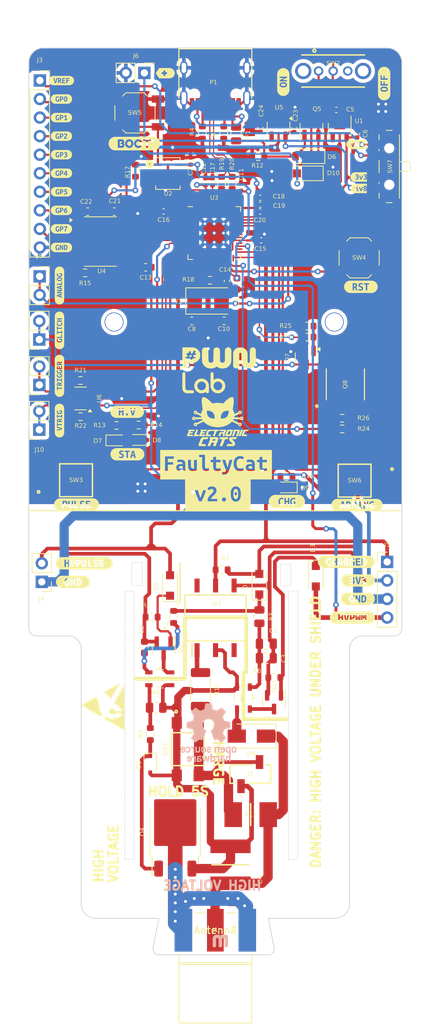
<source format=kicad_pcb>
(kicad_pcb (version 20240108) (generator "pcbnew") (generator_version "8.0")
  (title_block (title "FaultyCat") (date "2025-02-10") (rev "v2.0") (company "Electronic Cats") (comment 1 "Lizeth Gallegos Mtz") (comment 2 "Adonaí Diaz"))
  (layers (0 "F.Cu" signal) (31 "B.Cu" signal) (34 "B.Paste" user) (35 "F.Paste" user) (36 "B.SilkS" user "B.Silkscreen") (37 "F.SilkS" user "F.Silkscreen") (38 "B.Mask" user) (39 "F.Mask" user) (44 "Edge.Cuts" user))
  (net 0 "")
  (net 1 "Net-(T2-AA)")
  (net 2 "GND")
  (net 3 "Net-(D4-K)")
  (net 4 "Net-(D5-A)")
  (net 5 "+3V3")
  (net 6 "/VIN")
  (net 7 "+1V2")
  (net 8 "Net-(C10-Pad1)")
  (net 9 "/HVPULSE")
  (net 10 "/HVPWM")
  (net 11 "Net-(U3-XIN)")
  (net 12 "Net-(D1-K)")
  (net 13 "Net-(D2-K)")
  (net 14 "Net-(F1-Pad1)")
  (net 15 "VBUS")
  (net 16 "/GP0")
  (net 17 "/GP1")
  (net 18 "/GP2")
  (net 19 "/GP3")
  (net 20 "/GP4")
  (net 21 "/GP5")
  (net 22 "/CHARGED")
  (net 23 "Net-(D3-K)")
  (net 24 "/D-")
  (net 25 "/D+")
  (net 26 "Net-(D4-A)")
  (net 27 "Net-(T1-SB)")
  (net 28 "Net-(Q1-D)")
  (net 29 "Net-(Q2-D)")
  (net 30 "/GP6")
  (net 31 "/GP7")
  (net 32 "/GP27")
  (net 33 "/QSPI_CS")
  (net 34 "Net-(D5-K)")
  (net 35 "Net-(D7-A)")
  (net 36 "Net-(D8-A)")
  (net 37 "/GP11")
  (net 38 "/RST")
  (net 39 "/GP28")
  (net 40 "Net-(D9-A)")
  (net 41 "/QSPI_DATA1")
  (net 42 "/QSPI_DATA2")
  (net 43 "/QSPI_DATA0")
  (net 44 "/QSPI_SCK")
  (net 45 "/QSPI_DATA3")
  (net 46 "Net-(D10-A)")
  (net 47 "Net-(J1-Ext)")
  (net 48 "Net-(J2-Pin_2)")
  (net 49 "Net-(P1-CC)")
  (net 50 "Net-(P1-VCONN)")
  (net 53 "/SWCLK")
  (net 54 "/SWDIO")
  (net 55 "Net-(Q3-A)")
  (net 56 "Net-(U3-XOUT)")
  (net 59 "/GP9")
  (net 60 "/GP10")
  (net 61 "/LPGLITCH2")
  (net 65 "Net-(Q7-G)")
  (net 66 "/HPGLITCH2")
  (net 73 "/ANALOG")
  (net 74 "Net-(D6-K)")
  (net 75 "/VSYS")
  (net 76 "/+")
  (net 77 "/-")
  (net 78 "Net-(T1-AA)")
  (net 79 "Net-(Q8-G)")
  (net 80 "/VREF")
  (net 81 "Net-(J3-Pin_3)")
  (net 82 "Net-(J3-Pin_6)")
  (net 83 "Net-(J3-Pin_2)")
  (net 84 "Net-(J3-Pin_5)")
  (net 85 "Net-(J3-Pin_4)")
  (net 86 "Net-(J3-Pin_8)")
  (net 87 "Net-(J3-Pin_9)")
  (net 88 "Net-(J3-Pin_7)")
  (net 89 "Net-(U4-OE)")
  (net 90 "/VREFOUT")
  (net 91 "+1V8")
  (net 93 "/TRIGGER")
  (net 94 "/TRIGGER_IN")
  (net 95 "/GLITCHER")
  (net 96 "/TRIGGER_VREF")
  (net 97 "Net-(U6-DIR)")
  (footprint "Resistor_SMD:R_0603_1608Metric" (layer "F.Cu") (at 92.7725 56.105 180)
    (property "Reference" "R15")
    (property "Value" "4.7k")
  )
  (footprint "kibuzzard-67A4D880" (layer "F.Cu") (at 89.53 42.46)
    (property "Reference" "kibuzzard-67A4D880" (hide yes))
    (property "Value" "G***" (hide yes))
  )
  (footprint "Resistor_SMD:R_0603_1608Metric" (layer "F.Cu") (at 111.4919 96.76285 180)
    (property "Reference" "R7")
    (property "Value" "22K")
  )
  (footprint "kibuzzard-67A4D63C" (layer "F.Cu") (at 89.26 57.83 90)
    (property "Reference" "kibuzzard-67A4D63C" (hide yes))
    (property "Value" "G***" (hide yes))
  )
  (footprint "kibuzzard-67A4D93E" (layer "F.Cu") (at 89.53 52.62)
    (property "Reference" "kibuzzard-67A4D93E" (hide yes))
    (property "Value" "G***" (hide yes))
  )
  (footprint "Capacitor_SMD:C_0402_1005Metric" (layer "F.Cu") (at 116.78 47.7)
    (property "Reference" "C20")
    (property "Value" "0.1uF")
  )
  (footprint "Package_TO_SOT_SMD:TO-252-3_TabPin2" (layer "F.Cu") (at 105.1319 132.63285 90)
    (property "Reference" "Q4")
    (property "Value" "RGT16BM65DTL")
  )
  (footprint "Resistor_SMD:R_0603_1608Metric" (layer "F.Cu") (at 128.035 77.47)
    (property "Reference" "R24")
    (property "Value" "1R")
  )
  (footprint "kibuzzard-642DF578" (layer "F.Cu") (at 130.59 58.01)
    (property "Reference" "kibuzzard-642DF578" (hide yes))
    (property "Value" "G***" (hide yes))
  )
  (footprint "kibuzzard-67AA359F" (layer "F.Cu") (at 130.284693 44.54)
    (property "Reference" "kibuzzard-67AA359F" (hide yes))
    (property "Value" "G***" (hide yes))
  )
  (footprint "Button_Switch_SMD:SW_SPST_TL3342" (layer "F.Cu") (at 130.35 54.05)
    (property "Reference" "SW4")
    (property "Value" "RESET")
  )
  (footprint "kibuzzard-67A4D86D" (layer "F.Cu") (at 89.53 34.84)
    (property "Reference" "kibuzzard-67A4D86D" (hide yes))
    (property "Value" "G***" (hide yes))
  )
  (footprint "Capacitor_SMD:C_0402_1005Metric" (layer "F.Cu") (at 112.22 57.21 -90)
    (property "Reference" "C14")
    (property "Value" "0.1uF")
  )
  (footprint "Resistor_SMD:R_0603_1608Metric" (layer "F.Cu") (at 101.8919 103.23285 180)
    (property "Reference" "R5")
    (property "Value" "1K")
  )
  (footprint "kibuzzard-67A4D896" (layer "F.Cu") (at 89.53 50.08)
    (property "Reference" "kibuzzard-67A4D896" (hide yes))
    (property "Value" "G***" (hide yes))
  )
  (footprint "BuggyCat:BatteryHolder" (layer "F.Cu") (at 111.8425 62.82875)
    (property "Reference" "REF**" (hide yes))
    (property "Value" "BatteryHolder")
  )
  (footprint "kibuzzard-6475468D" (layer "F.Cu") (at 110.73 82.37)
    (property "Reference" "kibuzzard-6475468D" (hide yes))
    (property "Value" "G***" (hide yes))
  )
  (footprint "kibuzzard-67A4D805" (layer "F.Cu") (at 89.53 29.77)
    (property "Reference" "kibuzzard-67A4D805" (hide yes))
    (property "Value" "G***" (hide yes))
  )
  (footprint "" (layer "F.Cu") (at 100.54754 140.78188)
    (property "Reference" "")
    (property "Value" "")
  )
  (footprint "kibuzzard-642DF5C4" (layer "F.Cu") (at 99.53 38.4)
    (property "Reference" "kibuzzard-642DF5C4" (hide yes))
    (property "Value" "G***" (hide yes))
  )
  (footprint "kibuzzard-64767B55" (layer "F.Cu") (at 103.76 28.76 180)
    (property "Reference" "kibuzzard-64767B55" (hide yes))
    (property "Value" "G***" (hide yes))
  )
  (footprint "Resistor_SMD:R_0603_1608Metric" (layer "F.Cu") (at 112.94 43.77375 -90)
    (property "Reference" "R20")
    (property "Value" "27")
  )
  (footprint "kibuzzard-67AA305E" (layer "F.Cu") (at 110.98 86.38)
    (property "Reference" "kibuzzard-67AA305E" (hide yes))
    (property "Value" "G***" (hide yes))
  )
  (footprint "kibuzzard-642E0B91" (layer "F.Cu") (at 128.6 95.67)
    (property "Reference" "kibuzzard-642E0B91" (hide yes))
    (property "Value" "G***" (hide yes))
  )
  (footprint "Package_TO_SOT_SMD:SOT-23-5" (layer "F.Cu") (at 127.68 36.42 -90)
    (property "Reference" "U1")
    (property "Value" "AP2112K-3.3")
  )
  (footprint "Resistor_SMD:R_0805_2012Metric" (layer "F.Cu") (at 102.5219 115.64285)
    (property "Reference" "R8")
    (property "Value" "2K")
  )
  (footprint "Resistor_SMD:R_0603_1608Metric" (layer "F.Cu") (at 92.1375 70.84 180)
    (property "Reference" "R21")
    (property "Value" "R")
  )
  (footprint "Capacitor_SMD:C_0805_2012Metric" (layer "F.Cu") (at 117.6219 106.88285)
    (property "Reference" "C1")
    (property "Value" "4.7uF")
  )
  (footprint "BuggyCat:RP2040-QFN-56" (layer "F.Cu") (at 110.48 50.64875)
    (property "Reference" "U3")
    (property "Value" "RP2040")
  )
  (footprint "Resistor_SMD:R_0603_1608Metric" (layer "F.Cu") (at 108.85 36.88375 -90)
    (property "Reference" "R4")
    (property "Value" "5.1K")
  )
  (footprint "kibuzzard-642E0AD5" (layer "F.Cu") (at 91.1 98.41)
    (property "Reference" "kibuzzard-642E0AD5" (hide yes))
    (property "Value" "G***" (hide yes))
  )
  (footprint "Resistor_SMD:R_0603_1608Metric" (layer "F.Cu") (at 128.035 76.01)
    (property "Reference" "R26")
    (property "Value" "10K")
  )
  (footprint "BuggyCat:TL3305AF160QG" (layer "F.Cu") (at 129.73 84.55 180)
    (property "Reference" "SW6")
    (property "Value" "TL3305AF260QG" (hide yes))
  )
  (footprint "Crystal:Crystal_SMD_5032-2Pin_5.0x3.2mm" (layer "F.Cu") (at 109.63 59.94875)
    (property "Reference" "Y1")
    (property "Value" "12Mhz")
  )
  (footprint "kibuzzard-67A4D648" (layer "F.Cu") (at 89.26 70.195 90)
    (property "Reference" "kibuzzard-67A4D648" (hide yes))
    (property "Value" "G***" (hide yes))
  )
  (footprint "chipshouter:OS102011MA1QN1" (layer "F.Cu") (at 126.79 28.46)
    (property "Reference" "SW2")
    (property "Value" "ON" (hide yes))
  )
  (footprint "BuggyCat:RESC6432X120N" (layer "F.Cu") (at 115.4819 130.28285)
    (property "Reference" "R11")
    (property "Value" "300K" (hide yes))
  )
  (footprint "BuggyCat:ATB3225240110T000" (layer "F.Cu") (at 103.0119 111.68285 180)
    (property "Reference" "T1")
    (property "Value" "ATB322524" (hide yes))
  )
  (footprint "Resistor_SMD:R_0603_1608Metric" (layer "F.Cu") (at 118.7219 111.51285 180)
    (property "Reference" "R6")
    (property "Value" "1K")
  )
  (footprint "Fuse:Fuse_0805_2012Metric" (layer "F.Cu") (at 113.4825 37.08625 -90)
    (property "Reference" "F1")
    (property "Value" "0.5A")
  )
  (footprint "BuggyCat:TL3305AF160QG" (layer "F.Cu") (at 91.53 84.5)
    (property "Reference" "SW3")
    (property "Value" "TL3305AF260QG" (hide yes))
  )
  (footprint "Package_TO_SOT_SMD:SOT-23" (layer "F.Cu") (at 118.6819 114.88535 -90)
    (property "Reference" "Q1")
    (property "Value" "AO3422")
  )
  (footprint "Connector_PinSocket_2.54mm:PinSocket_1x02_P2.54mm_Vertical" (layer "F.Cu") (at 86.49 77.575 180)
    (property "Reference" "J10")
    (property "Value" "TRIGGER_VREF")
  )
  (footprint "Diode_SMD:D_SOD-123F" (layer "F.Cu") (at 123.22 42.48 180)
    (property "Reference" "D10")
    (property "Value" "SM4005PL-TP")
  )
  (footprint "kibuzzard-647546A8" (layer "F.Cu") (at 119.95 29.97 90)
    (property "Reference" "kibuzzard-647546A8" (hide yes))
    (property "Value" "G***" (hide yes))
  )
  (footprint "kibuzzard-642DF6A9" (layer "F.Cu") (at 98.5425 75.13)
    (property "Reference" "kibuzzard-642DF6A9" (hide yes))
    (property "Value" "G***" (hide yes))
  )
  (footprint "kibuzzard-67A4D88F" (layer "F.Cu") (at 89.53 47.54)
    (property "Reference" "kibuzzard-67A4D88F" (hide yes))
    (property "Value" "G***" (hide yes))
  )
  (footprint "Capacitor_SMD:C_0402_1005Metric" (layer "F.Cu") (at 114.14 44.37375 90)
    (property "Reference" "C11")
    (property "Value" "0.1uF")
  )
  (footprint "Resistor_SMD:R_0805_2012Metric" (layer "F.Cu") (at 116.6719 103.16285 -90)
    (property "Reference" "R3")
    (property "Value" "75R")
  )
  (footprint "Capacitor_SMD:C_0603_1608Metric" (layer "F.Cu") (at 93.1325 47.715 180)
    (property "Reference" "C22")
    (property "Value" "0.1uF")
  )
  (footprint "calderon_7.5x7.5" (layer "F.Cu") (at 111.15 69.45)
    (property "Reference" "G***" (hide yes))
    (property "Value" "LOGO" (hide yes))
  )
  (footprint "Connector_PinHeader_2.54mm:PinHeader_1x02_P2.54mm_Vertical" (layer "F.Cu") (at 86.8325 98.40875 180)
    (property "Reference" "J4")
    (property "Value" "Header 2")
  )
  (footprint "Diode_SMD:D_SOD-123F" (layer "F.Cu") (at 124.4125 97.63625 -90)
    (property "Reference" "D3")
    (property "Value" "SM4005PL-TP")
  )
  (footprint "Diode_SMD:D_SOD-323F" (layer "F.Cu") (at 101.7019 123.38285 -90)
    (property "Reference" "D5")
    (property "Value" "MM3Zxx")
  )
  (footprint "Capacitor_SMD:C_0402_1005Metric" (layer "F.Cu") (at 109.27 43.63875 90)
    (property "Reference" "C12")
    (property "Value" "0.1uF")
  )
  (footprint "BuggyCat:W25Q16JVUUIQ" (layer "F.Cu") (at 104.13 42.49875)
    (property "Reference" "U2")
    (property "Value" "W25Q16JV")
  )
  (footprint "kibuzzard-67AA35B7" (layer "F.Cu") (at 130.287803 42.97)
    (property "Reference" "kibuzzard-67AA35B7" (hide yes))
    (property "Value" "G***" (hide yes))
  )
  (footprint "Package_TO_SOT_SMD:SOT-23-5" (layer "F.Cu") (at 119.3 36.26 -90)
    (property "Reference" "U5")
    (property "Value" "TLV75718PDBV")
  )
  (footprint "Resistor_SMD:R_2010_5025Metric" (layer "F.Cu") (at 108.6019 113.14285 -90)
    (property "Reference" "R10")
    (property "Value" "20M")
  )
  (footprint "LED_SMD:LED_0603_1608Metric" (layer "F.Cu") (at 120.3725 85.48 180)
    (property "Reference" "D9")
    (property "Value" "Charge On")
  )
  (footprint "Capacitor_SMD:C_0402_1005Metric" (layer "F.Cu") (at 107.23 40.79875 90)
    (property "Reference" "C7")
    (property "Value" "0.1uF")
  )
  (footprint "kibuzzard-647546B9" (layer "F.Cu") (at 133.78 30.18 90)
    (property "Reference" "kibuzzard-647546B9" (hide yes))
    (property "Value" "G***" (hide yes))
  )
  (footprint "Connector_PinSocket_2.54mm:PinSocket_1x10_P2.54mm_Vertical" (layer "F.Cu") (at 86.57 29.76)
    (property "Reference" "J3")
    (property "Value" "Conn_01x10")
  )
  (footprint "Package_SO:TSSOP-20_4.4x6.5mm_P0.65mm" (layer "F.Cu") (at 94.87 51.81)
    (property "Reference" "U4")
    (property "Value" "TXS0108EPW")
  )
  (footprint "Capacitor_SMD:C_0402_1005Metric" (layer "F.Cu") (at 130.07 37.07 90)
    (property "Reference" "C6")
    (property "Value" "10uF")
  )
  (footprint "Capacitor_SMD:C_0805_2012Metric" (layer "F.Cu") (at 117.6219 108.85285)
    (property "Reference" "C3")
    (property "Value" "4.7uF")
  )
  (footprint "Capacitor_SMD:C_0402_1005Metric" (layer "F.Cu") (at 116.81 36.28 -90)
    (property "Reference" "C24")
    (property "Value" "10uF")
  )
  (footprint "LED_SMD:LED_0603_1608Metric" (layer "F.Cu") (at 100.1025 78.98 180)
    (property "Reference" "D8")
    (property "Value" "Status")
  )
  (footprint "kibuzzard-642E0AC9" (layer "F.Cu") (at 92.66 95.87)
    (property "Reference" "kibuzzard-642E0AC9" (hide yes))
    (property "Value" "G***" (hide yes))
  )
  (footprint "kibuzzard-642E0B26" (layer "F.Cu") (at 130.18 100.74)
    (property "Reference" "kibuzzard-642E0B26" (hide yes))
    (property "Value" "G***" (hide yes))
  )
  (footprint "Resistor_SMD:R_0603_1608Metric" (layer "F.Cu") (at 120.385 83.98 180)
    (property "Reference" "R16")
    (property "Value" "1K")
  )
  (footprint "kibuzzard-6797D18C" (layer "F.Cu") (at 120.44 87.42)
    (property "Reference" "kibuzzard-6797D18C" (hide yes))
    (property "Value" "G***" (hide yes))
  )
  (footprint "Button_Switch_SMD:SW_SP3T_PCM13" (layer "F.Cu") (at 134.155 41.54 90)
    (property "Reference" "SW7")
    (property "Value" "SW_SP3T")
  )
  (footprint "Resistor_SMD:R_0603_1608Metric" (layer "F.Cu") (at 109.89 57.11 180)
    (property "Reference" "R18")
    (property "Value" "1k")
  )
  (footprint "Resistor_SMD:R_0603_1608Metric" (layer "F.Cu") (at 92.1375 75.79)
    (property "Reference" "R22")
    (property "Value" "R")
  )
  (footprint "Resistor_SMD:R_0603_1608Metric" (layer "F.Cu") (at 111.48 43.77375 -90)
    (property "Reference" "R19")
    (property "Value" "27")
  )
  (footprint "kibuzzard-642F0B74" (layer "F.Cu") (at 91.6 87.82)
    (property "Reference" "kibuzzard-642F0B74" (hide yes))
    (property "Value" "G***" (hide yes))
  )
  (footprint "Capacitor_SMD:C_0603_1608Metric" (layer "F.Cu") (at 113.59 57.6 -90)
    (property "Reference" "C9")
    (property "Value" "1uF")
  )
  (footprint "Capacitor_SMD:C_0402_1005Metric" (layer "F.Cu") (at 116.91 51.65)
    (property "Reference" "C15")
    (property "Value" "0.1uF")
  )
  (footprint "Symbol:ESD-Logo_6.6x6mm_SilkScreen" (layer "F.Cu") (at 95.18 115.47 90)
    (property "Reference" "REF**" (hide yes))
    (property "Value" "ESD-Logo_6.6x6mm_SilkScreen" (hide yes))
  )
  (footprint "kibuzzard-67A4D65E" (layer "F.Cu") (at 89.26 76.325 90)
    (property "Reference" "kibuzzard-67A4D65E" (hide yes))
    (property "Value" "G***" (hide yes))
  )
  (footprint "kibuzzard-67A4D873" (layer "F.Cu") (at 89.53 37.38)
    (property "Reference" "kibuzzard-67A4D873" (hide yes))
    (property "Value" "G***" (hide yes))
  )
  (footprint "Capacitor_SMD:C_0402_1005Metric" (layer "F.Cu") (at 110.24 43.63875 90)
    (property "Reference" "C17")
    (property "Value" "0.1uF")
  )
  (footprint "Package_TO_SOT_SMD:SOT-23" (layer "F.Cu") (at 123.15 67.711152 -90)
    (property "Reference" "Q7")
    (property "Value" "IRLML2502")
  )
  (footprint "Capacitor_SMD:C_0603_1608Metric" (layer "F.Cu") (at 111.83 62.67)
    (property "Reference" "C10")
    (property "Value" "27pF")
  )
  (footprint "Capacitor_SMD:C_0603_1608Metric" (layer "F.Cu") (at 96.77 47.715 180)
    (property "Reference" "C21")
    (property "Value" "0.1uF")
  )
  (footprint "Resistor_SMD:R_0603_1608Metric" (layer "F.Cu") (at 99.68 42.10875 90)
    (property "Reference" "R17")
    (property "Value" "10K")
  )
  (footprint "BuggyCat:BG30602A20400LG" (layer "F.Cu") (at 115.4219 124.73285)
    (property "Reference" "J2")
    (property "Value" "BG306-02-A-2-0400-L-G" (hide yes))
  )
  (footprint "LED_SMD:LED_0603_1608Metric" (layer "F.Cu") (at 97.1225 79.04)
    (property "Reference" "D7")
    (property "Value" "H.V.Detected")
  )
  (footprint "Resistor_SMD:R_0603_1608Metric" (layer "F.Cu") (at 123.275 64.9 180)
    (property "Reference" "R23")
    (property "Value" "1R")
  )
  (footprint "Button_Switch_SMD:SW_SPST_TL3342" (layer "F.Cu") (at 99.61 34.2)
    (property "Reference" "SW5")
    (property "Value" "BOOT")
  )
  (footprint "Package_TO_SOT_SMD:SOT-23" (layer "F.Cu") (at 123.81 36.29 90)
    (property "Reference" "Q5")
    (property "Value" "DMG3415U-7")
  )
  (footprint "kibuzzard-642E0B82" (layer "F.Cu") (at 130.22 98.22)
    (property "Reference" "kibuzzard-642E0B82" (hide yes))
    (property "Value" "G***" (hide yes))
  )
  (footprint "BuggyCat:TL3305AF160QG" (layer "F.Cu") (at 106.8425 121.31875 -90)
    (property "Reference" "SW1")
    (property "Value" "TL3305AF260QG" (hide yes))
  )
  (footprint "Resistor_SMD:R_0603_1608Metric" (layer "F.Cu") (at 100.1225 76.94)
    (property "Reference" "R14")
    (property "Value" "1K")
  )
  (footprint "Capacitor_SMD:C_0603_1608Metric" (layer "F.Cu") (at 100.9119 107.36285 90)
    (property "Reference" "C2")
    (property "Value" "100nF")
  )
  (footprint "BuggyCat:SOIC-8_SI" (layer "F.Cu") (at 128.46 71.37 90)
    (property "Reference" "Q8")
    (property "Value" "IRF7807PBF")
  )
  (footprint "Capacitor_SMD:C_0402_1005Metric" (layer "F.Cu") (at 121.44 36.32 90)
    (property "Reference" "C23")
    (property "Value" "10uF")
  )
  (footprint "Resistor_SMD:R_0603_1608Metric" (layer "F.Cu") (at 116.51 40.17875 180)
    (property "Reference" "R12")
    (property "Value" "100K")
  )
  (footprint "kibuzzard-67A4D879" (layer "F.Cu") (at 89.53 39.92)
    (property "Reference" "kibuzzard-67A4D879" (hide yes))
    (property "Value" "G***" (hide yes))
  )
  (footprint "kibuzzard-67A4D80D" (layer "F.Cu") (at 89.53 32.3)
    (property "Reference" "kibuzzard-67A4D80D" (hide yes))
    (property "Value" "G***" (hide yes))
  )
  (footprint "Resistor_SMD:R_0603_1608Metric" (layer "F.Cu") (at 104.9119 103.21285 -90)
    (property "Reference" "R1")
    (property "Value" "10R")
  )
  (footprint "BuggyCat:ATB3225240110T000" (layer "F.Cu") (at 114.4819 114.32285 90)
    (property "Reference" "T2")
    (property "Value" "ATB322524" (hide yes))
  )
  (footprint "Diode_SMD:D_SOD-123F" (layer "F.Cu") (at 104.4219 98.90535 90)
    (property "Reference" "D2")
    (property "Value" "SM4005PL-TP")
  )
  (footprint "Capacitor_SMD:C_0603_1608Metric" (layer "F.Cu") (at 107.41 62.68 180)
    (property "Reference" "C8")
    (property "Value" "27pF")
  )
  (footprint "Diode_SMD:D_SOD-123" (layer "F.Cu") (at 123.28 40.13 180)
    (property "Reference" "D6")
    (property "Value" "MBR120")
  )
  (footprint "kibuzzard-642DF6E0" (layer "F.Cu") (at 98.5725 80.94)
    (property "Reference" "kibuzzard-642DF6E0" (hide yes))
    (property "Value" "G***" (hide yes))
  )
  (footprint "Connector_PinHeader_2.54mm:PinHeader_1x02_P2.54mm_Vertical" (layer "F.Cu") (at 100.9 28.72 -90)
    (property "Reference" "J6")
    (property "Value" "Input Power:2x AA Battery")
  )
  (footprint "Resistor_SMD:R_0603_1608Metric" (layer "F.Cu") (at 123.275 63.39 180)
    (property "Reference" "R25")
    (property "Value" "10K")
  )
  (footprint "Resistor_SMD:R_0603_1608Metric" (layer "F.Cu") (at 101.7119 119.25285 -90)
    (property "Reference" "R9")
    (property "Value" "10R")
  )
  (footprint "Resistor_SMD:R_0603_1608Metric" (layer "F.Cu") (at 111.7825 36.88625 -90)
    (property "Reference" "R2")
    (property "Value" "5.1K")
  )
  (footprint "BuggyCat:SOP254P952X470-6N" (layer "F.Cu") (at 110.6619 103.33285 90)
    (property "Reference" "Q3")
    (property "Value" "LDA111STR" (hide yes))
  )
  (footprint "Diode_SMD:D_SOD-123F" (layer "F.Cu") (at 116.6619 98.72535 90)
    (property "Reference" "D1")
    (property "Value" "SM4005PL-TP")
  )
  (footprint "Capacitor_SMD:C_0402_1005Metric" (layer "F.Cu") (at 116.78 46.77)
    (property "Reference" "C19")
    (property "Value" "0.1uF")
  )
  (footprint "Capacitor_SMD:C_0402_1005Metric" (layer "F.Cu") (at 116.78 45.82)
    (property "Reference" "C18")
    (property "Value" "0.1uF")
  )
  (footprint "Package_TO_SOT_SMD:SOT-23-6" (layer "F.Cu") (at 92.1375 73.3 180)
    (property "Reference" "U6")
    (property "Value" "SN74LVC1T45DBV")
  )
  (footprint "Connector_PinSocket_2.54mm:PinSocket_1x02_P2.54mm_Vertical" (layer "F.Cu") (at 86.5 71.445 180)
    (property "Reference" "J9")
    (property "Value" "TRIGGER_IN")
  )
  (footprint "kibuzzard-67A4D642" (layer "F.Cu") (at 89.26 63.98 90)
    (property "Reference" "kibuzzard-67A4D642" (hide yes))
    (property "Value" "G***" (hide yes))
  )
  (footprint "Package_TO_SOT_SMD:SOT-23" (layer "F.Cu") (at 103.5419 107.54285 -90)
    (property "Reference" "Q2")
    (property "Value" "AO3422")
  )
  (footprint "BuggyCat:732511150" (layer "F.Cu") (at 110.6325 147.27875 180)
    (property "Reference" "J1")
    (property "Value" "Antenna")
  )
  (footprint "Capacitor_SMD:C_0402_1005Metric" (layer "F.Cu") (at 103.54 47.7 180)
    (property "Reference" "C16")
    (property "Value" "0.1uF")
  )
  (footprint "" (layer "F.Cu") (at 119.54658 140.78188)
    (property "Reference" "")
    (property "Value" "")
  )
  (footprint "Connectors:C393939" (layer "F.Cu") (at 110.6325 32.17375 180)
    (property "Reference" "P1")
    (property "Value" "USB_C_Plug_USB2.0")
  )
  (footprint "Resistor_SMD:R_0603_1608Metric" (layer "F.Cu") (at 97.0825 76.99 180)
    (property "Reference" "R13")
    (property "Value" "1K")
  )
  (footprint "Connector_PinHeader_2.54mm:PinHeader_1x04_P2.54mm_Vertical" (layer "F.Cu") (at 134.1925 95.67875)
    (property "Reference" "J5")
    (property "Value" "Header 4")
  )
  (footprint "kibuzzard-67A4D886" (layer "F.Cu") (at 89.53 45)
    (property "Reference" "kibuzzard-67A4D886" (hide yes))
    (property "Value" "G***" (hide yes))
  )
  (footprint "BuggyCat:CAPC6153X500N" (layer "F.Cu") (at 112.7119 137.15285 90)
    (property "Reference" "C4")
    (property "Value" "0.47uF" (hide yes))
  )
  (footprint "Connector_PinSocket_2.54mm:PinSocket_1x02_P2.54mm_Vertical" (layer "F.Cu") (at 86.49 65.23 180)
    (property "Reference" "J7")
    (property "Value" "GLITCHER_EN")
  )
  (footprint "Connector_PinSocket_2.54mm:PinSocket_1x02_P2.54mm_Vertical" (layer "F.Cu") (at 86.54 56.58)
    (property "Reference" "J8")
    (property "Value" "ANALOG_PINS")
  )
  (footprint "Capacitor_SMD:C_0603_1608Metric" (layer "F.Cu") (at 101.08 55.34 180)
    (property "Reference" "C13")
    (property "Value" "1uF")
  )
  (footprint "Capacitor_SMD:C_0402_1005Metric" (layer "F.Cu") (at 127.21 33.79)
    (property "Reference" "C5")
    (property "Value" "10uF")
  )
  (footprint "kibuzzard-642E0AF5" (layer "F.Cu") (at 129.42 103.3)
    (property "Reference" "kibuzzard-642E0AF5" (hide yes))
    (property "Value" "G***" (hide yes))
  )
  (footprint "kibuzzard-642E11AF" (layer "F.Cu") (at 130.06 87.89)
    (property "Reference" "kibuzzard-642E11AF" (hide yes))
    (property "Value" "G***" (hide yes))
  )
  (footprint "Diode_SMD:D_SMA" (layer "F.Cu") (at 115.5719 119.53285 180)
    (property "Reference" "D4")
    (property "Value" "MURA160T3G")
  )
  (footprint "Symbol_EC:electronic_cats_logo_8x6" (layer "F.Cu") (at 110.96 76.47)
    (property "Reference" "G***" (hide yes))
    (property "Value" "LOGO" (hide yes))
  )
  (footprint "kibuzzard-67AA35C3" (layer "F.Cu") (at 130 38.51)
    (property "Reference" "kibuzzard-67AA35C3" (hide yes))
    (property "Value" "G***" (hide yes))
  )
  (footprint "Symbol:OSHW-Logo_7.5x8mm_SilkScreen" (layer "B.Cu") (at 109.7 119.05 180)
    (property "Reference" "REF**" (hide yes))
    (property "Value" "OSHW-Logo_7.5x8mm_SilkScreen" (hide yes))
  )
  (gr_line (start 105.7969 101.18215) (end 105.7969 95.78215) (stroke (width 0.2)) (layer "F.SilkS"))
  (gr_line (start 106.4733 103.27275) (end 114.8553 103.27275) (stroke (width 0.508)) (layer "F.SilkS"))
  (gr_line (start 114.4743 110.81655) (end 114.8553 110.81655) (stroke (width 0.508)) (layer "F.SilkS"))
  (gr_line (start 114.4743 117.21735) (end 120.4179 117.21735) (stroke (width 0.508)) (layer "F.SilkS"))
  (gr_line (start 120.4179 117.21735) (end 120.4179 117.16655) (stroke (width 0.508)) (layer "F.SilkS"))
  (gr_line (start 114.8553 110.81655) (end 114.8553 103.27275) (stroke (width 0.508)) (layer "F.SilkS"))
  (gr_line (start 99.7169 111.68015) (end 106.4733 111.68015) (stroke (width 0.508)) (layer "F.SilkS"))
  (gr_line (start 105.3969 101.58215) (end 105.7969 101.18215) (stroke (width 0.2)) (layer "F.SilkS"))
  (gr_line (start 106.4733 111.68015) (end 106.4733 110.02915) (stroke (width 0.508)) (layer "F.SilkS"))
  (gr_line (start 114.4743 117.21735) (end 114.4743 110.81655) (stroke (width 0.508)) (layer "F.SilkS"))
  (gr_line (start 85.075 88.66875) (end 136.1425 88.66875) (stroke (width 0.15)) (layer "F.SilkS"))
  (gr_line (start 106.4733 110.02915) (end 106.4733 103.27275) (stroke (width 0.508)) (layer "F.SilkS"))
  (gr_line (start 119.5543 95.98295) (end 119.5543 98.92935) (stroke (width 0.05)) (layer "Edge.Cuts"))
  (gr_line (start 85.0525 27.30875) (end 85.0525 104.73) (stroke (width 0.1)) (layer "Edge.Cuts"))
  (gr_line (start 117.8969 144.47875) (end 127.0325 144.47875) (stroke (width 0.1)) (layer "Edge.Cuts"))
  (gr_arc (start 90.5 105.820001) (mid 91.701633 106.314137) (end 92.2325 107.5) (stroke (width 0.1)) (layer "Edge.Cuts"))
  (gr_arc (start 129.0325 107.5) (mid 129.565867 106.313139) (end 130.77 105.82) (stroke (width 0.1)) (layer "Edge.Cuts"))
  (gr_arc (start 94.2325 144.47875) (mid 92.818279 143.892971) (end 92.2325 142.47875) (stroke (width 0.1)) (layer "Edge.Cuts"))
  (gr_line (start 92.2325 107.5) (end 92.2325 142.47875) (stroke (width 0.1)) (layer "Edge.Cuts"))
  (gr_line (start 98.2437 99.66595) (end 99.4883 99.66595) (stroke (width 0.05)) (layer "Edge.Cuts"))
  (gr_line (start 120.6719 99.66595) (end 120.6719 136.41975) (stroke (width 0.05)) (layer "Edge.Cuts"))
  (gr_arc (start 118.6955 148.48215) (mid 118.54433 149.180306) (end 117.8969 149.482149) (stroke (width 0.1)) (layer "Edge.Cuts"))
  (gr_line (start 117.8969 144.47875) (end 118.6955 148.48215) (stroke (width 0.1)) (layer "Edge.Cuts"))
  (gr_arc (start 102.8925 149.48215) (mid 102.246927 149.178915) (end 102.0945 148.48215) (stroke (width 0.1)) (layer "Edge.Cuts"))
  (gr_line (start 121.9419 99.66595) (end 120.6719 99.66595) (stroke (width 0.05)) (layer "Edge.Cuts"))
  (gr_arc (start 134.2125 25.30875) (mid 135.626714 25.894536) (end 136.2125 27.30875) (stroke (width 0.1)) (layer "Edge.Cuts"))
  (gr_line (start 121.9419 136.41975) (end 121.9419 99.66595) (stroke (width 0.05)) (layer "Edge.Cuts"))
  (gr_line (start 99.4883 99.66595) (end 99.4883 136.39435) (stroke (width 0.05)) (layer "Edge.Cuts"))
  (gr_arc (start 86.01 105.82) (mid 85.32203 105.458787) (end 85.0525 104.73) (stroke (width 0.1)) (layer "Edge.Cuts"))
  (gr_line (start 87.0525 25.30875) (end 134.2125 25.30875) (stroke (width 0.1)) (layer "Edge.Cuts"))
  (gr_line (start 99.4883 136.39435) (end 98.2183 136.39435) (stroke (width 0.05)) (layer "Edge.Cuts"))
  (gr_line (start 117.8969 149.48215) (end 102.8969 149.48215) (stroke (width 0.1)) (layer "Edge.Cuts"))
  (gr_arc (start 129.0325 142.47875) (mid 128.446721 143.892971) (end 127.0325 144.47875) (stroke (width 0.1)) (layer "Edge.Cuts"))
  (gr_line (start 120.6719 136.41975) (end 121.9419 136.41975) (stroke (width 0.05)) (layer "Edge.Cuts"))
  (gr_line (start 119.5543 98.92935) (end 120.9767 98.92935) (stroke (width 0.05)) (layer "Edge.Cuts"))
  (gr_line (start 99.1581 98.92935) (end 99.1581 95.75435) (stroke (width 0.05)) (layer "Edge.Cuts"))
  (gr_arc (start 85.0525 27.30875) (mid 85.638286 25.894536) (end 87.0525 25.30875) (stroke (width 0.1)) (layer "Edge.Cuts"))
  (gr_line (start 120.9767 98.92935) (end 120.9767 95.98295) (stroke (width 0.05)) (layer "Edge.Cuts"))
  (gr_line (start 102.0945 148.48215) (end 102.8969 144.47875) (stroke (width 0.1)) (layer "Edge.Cuts"))
  (gr_line (start 102.8969 144.47875) (end 94.2325 144.47875) (stroke (width 0.1)) (layer "Edge.Cuts"))
  (gr_line (start 120.9767 95.98295) (end 119.5543 95.98295) (stroke (width 0.05)) (layer "Edge.Cuts"))
  (gr_arc (start 136.2125 104.73) (mid 135.94547 105.457827) (end 135.26 105.82) (stroke (width 0.1)) (layer "Edge.Cuts"))
  (gr_line (start 99.1581 95.75435) (end 100.6059 95.75435) (stroke (width 0.05)) (layer "Edge.Cuts"))
  (gr_line (start 129.0325 107.5) (end 129.0325 142.47875) (stroke (width 0.1)) (layer "Edge.Cuts"))
  (gr_line (start 100.6059 98.92935) (end 99.1581 98.92935) (stroke (width 0.05)) (layer "Edge.Cuts"))
  (gr_line (start 100.6059 95.75435) (end 100.6059 98.92935) (stroke (width 0.05)) (layer "Edge.Cuts"))
  (gr_line (start 130.77 105.82) (end 135.26 105.82) (stroke (width 0.1)) (layer "Edge.Cuts"))
  (gr_line (start 136.2125 27.30875) (end 136.2125 104.73) (stroke (width 0.1)) (layer "Edge.Cuts"))
  (gr_line (start 86.01 105.82) (end 90.5 105.82) (stroke (width 0.1)) (layer "Edge.Cuts"))
  (gr_line (start 98.2183 136.39435) (end 98.2437 99.66595) (stroke (width 0.05)) (layer "Edge.Cuts"))
  (gr_text "HIGH VOLTAGE" (at 117.1325 140.73875 360) (layer "B.SilkS") (effects (font (size 1.27 1.27) (thickness 0.3048)) (justify left bottom mirror)))
  (gr_text "m" (at 112.8969 148.48215 360) (layer "B.SilkS") (effects (font (size 1.905 1.905) (thickness 0.508) (bold yes)) (justify left bottom mirror)))
  (gr_text "HOLD 5S" (at 101.1925 127.85875 0) (layer "F.SilkS") (effects (font (size 1.27 1.27) (thickness 0.3048)) (justify left bottom)))
  (gr_text "HIGH\nVOLTAGE" (at 97.4025 139.74875 90) (layer "F.SilkS") (effects (font (size 1.27 1.27) (thickness 0.3048)) (justify left bottom)))
  (gr_text "DISCHARGE" (at 110.2825 115.61875 270) (layer "F.SilkS") (effects (font (size 1.27 1.27) (thickness 0.3048)) (justify left bottom)))
  (gr_text "DANGER: HIGH VOLTAGE UNDER SHIELD" (at 125.13 137.79 90) (layer "F.SilkS") (effects (font (size 1.27 1.27) (thickness 0.3048)) (justify left bottom)))
  (segment (start 115.3569 112.82285) (end 116.2084 112.82285) (width 0.508) (layer "F.Cu") (net 1))
  (segment (start 116.6825 112.34875) (end 116.6825 108.86345) (width 0.508) (layer "F.Cu") (net 1))
  (segment (start 116.6719 106.88285) (end 116.6719 104.07535) (width 0.508) (layer "F.Cu") (net 1))
  (segment (start 116.6719 108.85285) (end 116.6719 106.88285) (width 0.508) (layer "F.Cu") (net 1))
  (segment (start 116.6825 108.86345) (end 116.6719 108.85285) (width 0.508) (layer "F.Cu") (net 1))
  (segment (start 116.2084 112.82285) (end 116.6825 112.34875) (width 0.508) (layer "F.Cu") (net 1))
  (segment (start 129.2645 94.38075) (end 129.7845 94.90075) (width 0.508) (layer "F.Cu") (net 2))
  (segment (start 109.48 52.19875) (end 109.205 51.92375) (width 0.2) (layer "F.Cu") (net 2))
  (segment (start 101.5725 95.15875) (end 101.5725 100.00875) (width 0.508) (layer "F.Cu") (net 2))
  (segment (start 117.5025 98.90785) (end 117.5736 98.90785) (width 0.508) (layer "F.Cu") (net 2))
  (segment (start 107.4325 32.99875) (end 107.1375 32.99875) (width 0.3) (layer "F.Cu") (net 2))
  (segment (start 100.9119 106.58785) (end 100.9119 103.38785) (width 0.508) (layer "F.Cu") (net 2))
  (segment (start 100.1 47.86) (end 99.99 47.97) (width 0.2) (layer "F.Cu") (net 2))
  (segment (start 121.16 85.48) (end 122.51 85.48) (width 0.2) (layer "F.Cu") (net 2))
  (segment (start 130.3325 100.75875) (end 134.1925 100.75875) (width 0.508) (layer "F.Cu") (net 2))
  (segment (start 112.22 57.69) (end 112.905 57.69) (width 0.2) (layer "F.Cu") (net 2))
  (segment (start 107.1375 32.99875) (end 106.3125 32.17375) (width 0.3) (layer "F.Cu") (net 2))
  (segment (start 90.0325 94.55875) (end 100.9725 94.55875) (width 0.508) (layer "F.Cu") (net 2))
  (segment (start 117.8969 113.78285) (end 117.7319 113.94785) (width 0.508) (layer "F.Cu") (net 2))
  (segment (start 118.0845 99.41875) (end 118.0845 98.85875) (width 0.508) (layer "F.Cu") (net 2))
  (segment (start 118.0845 98.39875) (end 118.0845 95.02675) (width 0.508) (layer "F.Cu") (net 2))
  (segment (start 93.275 73.3) (end 97.78 73.3) (width 0.3) (layer "F.Cu") (net 2))
  (segment (start 100.9725 94.55875) (end 101.5725 95.15875) (width 0.508) (layer "F.Cu") (net 2))
  (segment (start 117.5736 98.90785) (end 118.0845 99.41875) (width 0.508) (layer "F.Cu") (net 2))
  (segment (start 102.5744 106.58785) (end 102.5919 106.60535) (width 0.508) (layer "F.Cu") (net 2))
  (segment (start 114.1275 32.99875) (end 114.9525 32.17375) (width 0.3) (layer "F.Cu") (net 2))
  (segment (start 122.51 85.48) (end 122.53 85.5) (width 0.2) (layer "F.Cu") (net 2))
  (segment (start 117.8969 109.52785) (end 118.5719 108.85285) (width 0.508) (layer "F.Cu") (net 2))
  (segment (start 103.06 47.7) (end 102.9 47.86) (width 0.2) (layer "F.Cu") (net 2))
  (segment (start 117.8969 111.51285) (end 117.8969 109.52785) (width 0.508) (layer "F.Cu") (net 2))
  (segment (start 102.9 47.86) (end 100.1 47.86) (width 0.2) (layer "F.Cu") (net 2))
  (segment (start 118.0845 98.85875) (end 118.0845 98.39875) (width 0.508) (layer "F.Cu") (net 2))
  (segment (start 118.7305 94.38075) (end 129.2645 94.38075) (width 0.508) (layer "F.Cu") (net 2))
  (segment (start 101.0425 103.20845) (end 101.0669 103.23285) (width 0.508) (layer "F.Cu") (net 2))
  (segment (start 113.2019 98.90785) (end 117.5025 98.90785) (width 0.508) (layer "F.Cu") (net 2))
  (segment (start 100.9119 106.58785) (end 102.5744 106.58785) (width 0.508) (layer "F.Cu") (net 2))
  (segment (start 117.5025 98.90785) (end 117.5754 98.90785) (width 0.508) (layer "F.Cu") (net 2))
  (segment (start 112.905 57.69) (end 113.59 58.375) (width 0.2) (layer "F.Cu") (net 2))
  (segment (start 88.8425 98.40875) (end 89.5525 97.69875) (width 0.508) (layer "F.Cu") (net 2))
  (segment (start 86.8325 98.40875) (end 88.8425 98.40875) (width 0.508) (layer "F.Cu") (net 2))
  (segment (start 117.5025 98.90785) (end 118.0354 98.90785) (width 0.508) (layer "F.Cu") (net 2))
  (segment (start 89.5525 97.69875) (end 89.5525 95.03875) (width 0.508) (layer "F.Cu") (net 2))
  (segment (start 101.5725 100.00875) (end 101.0425 100.53875) (width 0.508) (layer "F.Cu") (net 2))
  (segment (start 129.7845 100.21075) (end 130.3325 100.75875) (width 0.508) (layer "F.Cu") (net 2))
  (segment (start 117.8969 111.51285) (end 117.8969 113.78285) (width 0.508) (layer "F.Cu") (net 2))
  (segment (start 118.0354 98.90785) (end 118.0845 98.85875) (width 0.508) (layer "F.Cu") (net 2))
  (segment (start 97.8 47.97) (end 97.545 47.715) (width 0.3) (layer "F.Cu") (net 2))
  (segment (start 118.0845 106.39545) (end 118.0845 99.41875) (width 0.508) (layer "F.Cu") (net 2))
  (segment (start 101.0425 100.53875) (end 101.0425 103.20845) (width 0.508) (layer "F.Cu") (net 2))
  (segment (start 109.48 54.08625) (end 109.48 52.19875) (width 0.2) (layer "F.Cu") (net 2))
  (segment (start 118.0845 95.02675) (end 118.7305 94.38075) (width 0.508) (layer "F.Cu") (net 2))
  (segment (start 118.5719 106.88285) (end 118.0845 106.39545) (width 0.508) (layer "F.Cu") (net 2))
  (segment (start 99.99 47.97) (end 97.8 47.97) (width 0.3) (layer "F.Cu") (net 2))
  (segment (start 89.5525 95.03875) (end 90.0325 94.55875) (width 0.508) (layer "F.Cu") (net 2))
  (segment (start 118.5719 108.85285) (end 118.5719 106.88285) (width 0.508) (layer "F.Cu") (net 2))
  (segment (start 113.8325 32.99875) (end 114.1275 32.99875) (width 0.3) (layer "F.Cu") (net 2))
  (segment (start 117.5754 98.90785) (end 118.0845 98.39875) (width 0.508) (layer "F.Cu") (net 2))
  (segment (start 100.9119 103.38785) (end 101.0669 103.23285) (width 0.508) (layer "F.Cu") (net 2))
  (segment (start 97.78 73.3) (end 97.79 73.31) (width 0.3) (layer "F.Cu") (net 2))
  (segment (start 129.7845 94.90075) (end 129.7845 100.21075) (width 0.508) (layer "F.Cu") (net 2))
  (via (at 122.53 85.5) (size 0.8) (drill 0.4) (layers "F.Cu" "B.Cu") (net 2))
  (via (at 100 85) (size 0.8) (drill 0.4) (layers "F.Cu" "B.Cu") (net 2))
  (via (at 100.48 40.16) (size 0.8) (drill 0.4) (layers "F.Cu" "B.Cu") (net 2))
  (via (at 118.37 42.21) (size 0.8) (drill 0.4) (layers "F.Cu" "B.Cu") (net 2))
  (via (at 118.78 38.93) (size 0.8) (drill 0.4) (layers "F.Cu" "B.Cu") (net 2))
  (via (at 107.5725 86.15875) (size 0.9) (drill 0.5) (layers "F.Cu" "B.Cu") (net 2))
  (via (at 103.8 44.78875) (size 0.8) (drill 0.4) (layers "F.Cu" "B.Cu") (net 2))
  (via (at 133 33) (size 0.8) (drill 0.4) (layers "F.Cu" "B.Cu") (net 2))
  (via (at 117.36 50.8) (size 0.8) (drill 0.4) (layers "F.Cu" "B.Cu") (net 2))
  (via (at 99.99 47.97) (size 0.8) (drill 0.4) (layers "F.Cu" "B.Cu") (net 2))
  (via (at 126.76 41.62) (size 0.8) (drill 0.4) (layers "F.Cu" "B.Cu") (net 2))
  (via (at 101 86) (size 0.8) (drill 0.4) (layers "F.Cu" "B.Cu") (net 2))
  (via (at 118.4 43.47) (size 0.8) (drill 0.4) (layers "F.Cu" "B.Cu") (net 2))
  (via (at 121.56 33.41) (size 0.8) (drill 0.4) (layers "F.Cu" "B.Cu") (net 2))
  (via (at 109.65 66.48) (size 0.8) (drill 0.4) (layers "F.Cu" "B.Cu") (net 2))
  (via (at 104.77 38.92) (size 0.8) (drill 0.4) (layers "F.Cu" "B.Cu") (net 2))
  (via (at 134 33) (size 0.8) (drill 0.4) (layers "F.Cu" "B.Cu") (net 2))
  (via (at 97.79 73.31) (size 0.8) (drill 0.4) (layers "F.Cu" "B.Cu") (net 2))
  (via (at 109.65 65.01) (size 0.8) (drill 0.4) (layers "F.Cu" "B.Cu") (net 2))
  (via (at 100 86) (size 0.8) (drill 0.4) (layers "F.Cu" "B.Cu") (net 2))
  (via (at 133 34) (size 0.8) (drill 0.4) (layers "F.Cu" "B.Cu") (net 2))
  (via (at 115.24 58.66) (size 0.8) (drill 0.4) (layers "F.Cu" "B.Cu") (net 2))
  (via (at 120.98 66.88) (size 0.8) (drill 0.4) (layers "F.Cu" "B.Cu") (net 2))
  (via (at 134 34) (size 0.8) (drill 0.4) (layers "F.Cu" "B.Cu") (net 2))
  (via (at 101 85) (size 0.8) (drill 0.4) (layers "F.Cu" "B.Cu") (net 2))
  (via (at 102.82 75.7) (size 0.8) (drill 0.4) (layers "F.Cu" "B.Cu") (net 2))
  (segment (start 107.5725 86.15875) (end 107.5725 88.09875) (width 1.27) (layer "B.Cu") (net 2))
  (segment (start 91.1425 89.36875) (end 106.3125 89.36875) (width 1.27) (layer "B.Cu") (net 2))
  (segment (start 89.9025 90.60875) (end 91.1425 89.36875) (width 1.27) (layer "B.Cu") (net 2))
  (segment (start 106.3125 89.36875) (end 108.8125 89.36875) (width 1.27) (layer "B.Cu") (net 2))
  (segment (start 108.8125 89.36875) (end 128.83875 89.36875) (width 1.27) (layer "B.Cu") (net 2))
  (segment (start 130.1625 90.6925) (end 130.1625 100.12875) (width 1.27) (layer "B.Cu") (net 2))
  (segment (start 120.2 58.68) (end 120.18 58.7) (width 0.2) (layer "B.Cu") (net 2))
  (segment (start 128.83875 89.36875) (end 130.1625 90.6925) (width 1.27) (layer "B.Cu") (net 2))
  (segment (start 107.5725 88.12875) (end 108.8125 89.36875) (width 1.27) (layer "B.Cu") (net 2))
  (segment (start 89.9025 97.53875) (end 89.9025 90.60875) (width 1.27) (layer "B.Cu") (net 2))
  (segment (start 130.7925 100.75875) (end 134.1925 100.75875) (width 1.27) (layer "B.Cu") (net 2))
  (segment (start 121.09 58.7) (end 121.07 58.68) (width 0.2) (layer "B.Cu") (net 2))
  (segment (start 107.5725 88.09875) (end 107.5725 89.36875) (width 1.27) (layer "B.Cu") (net 2))
  (segment (start 130.1625 100.12875) (end 130.7925 100.75875) (width 1.27) (layer "B.Cu") (net 2))
  (segment (start 107.5725 88.09875) (end 107.5725 88.10875) (width 1.27) (layer "B.Cu") (net 2))
  (segment (start 86.8325 98.40875) (end 89.0325 98.40875) (width 1.27) (layer "B.Cu") (net 2))
  (segment (start 107.5725 88.09875) (end 107.5725 88.12875) (width 1.27) (layer "B.Cu") (net 2))
  (segment (start 89.0325 98.40875) (end 89.9025 97.53875) (width 1.27) (layer "B.Cu") (net 2))
  (segment (start 107.5725 88.10875) (end 106.3125 89.36875) (width 1.27) (layer "B.Cu") (net 2))
  (segment (start 121.07 58.68) (end 120.2 58.68) (width 0.2) (layer "B.Cu") (net 2))
  (segment (start 110.5919 145.95095) (end 110.5919 140.51935) (width 1.27) (layer "F.Cu") (net 3))
  (segment (start 119.2166 119.53285) (end 119.9425 120.25875) (width 1.27) (layer "F.Cu") (net 3))
  (segment (start 117.5719 119.53285) (end 119.2166 119.53285) (width 1.27) (layer "F.Cu") (net 3))
  (segment (start 117.0284 139.68285) (end 112.7119 139.68285) (width 1.27) (layer "F.Cu") (net 3))
  (segment (start 117.8625 138.84875) (end 117.0284 139.68285) (width 1.27) (layer "F.Cu") (net 3))
  (segment (start 110.5919 140.51935) (end 111.4284 139.68285) (width 1.27) (layer "F.Cu") (net 3))
  (segment (start 110.4325 146.11035) (end 110.5919 145.95095) (width 1.27) (layer "F.Cu") (net 3))
  (segment (start 117.8625 130.30225) (end 117.8625 138.84875) (width 1.27) (layer "F.Cu") (net 3))
  (segment (start 119.2984 130.28285) (end 117.8819 130.28285) (width 1.27) (layer "F.Cu") (net 3))
  (segment (start 111.4284 139.68285) (end 112.7119 139.68285) (width 1.27) (layer "F.Cu") (net 3))
  (segment (start 119.9425 129.63875) (end 119.2984 130.28285) (width 1.27) (layer "F.Cu") (net 3))
  (segment (start 117.8819 130.28285) (end 117.8625 130.30225) (width 1.27) (layer "F.Cu") (net 3))
  (segment (start 119.9425 120.25875) (end 119.9425 129.63875) (width 1.27) (layer "F.Cu") (net 3))
  (segment (start 104.6825 115.64285) (end 104.7184 115.64285) (width 0.508) (layer "F.Cu") (net 4))
  (segment (start 103.4344 112.87685) (end 103.7534 112.55785) (width 0.508) (layer "F.Cu") (net 4))
  (segment (start 103.7534 112.55785) (end 104.5119 112.55785) (width 0.508) (layer "F.Cu") (net 4))
  (segment (start 113.0425 110.78875) (end 113.6069 111.35315) (width 0.508) (layer "F.Cu") (net 4))
  (segment (start 109.0825 126.72875) (end 109.9525 127.59875) (width 1) (layer "F.Cu") (net 4))
  (segment (start 105.279 117.78225) (end 105.1925 117.78225) (width 1) (layer "F.Cu") (net 4))
  (segment (start 109.9525 127.59875) (end 109.9525 133.97875) (width 1) (layer "F.Cu") (net 4))
  (segment (start 105.3425 124.91875) (end 105.3425 126.14875) (width 1) (layer "F.Cu") (net 4))
  (segment (start 115.6025 126.92875) (end 115.6025 133.50875) (width 0.635) (layer "F.Cu") (net 4))
  (segment (start 111.5616 107.75785) (end 111.9625 108.15875) (width 0.508) (layer "F.Cu") (net 4))
  (segment (start 113.6069 111.35315) (end 113.6069 112.82285) (width 0.508) (layer "F.Cu") (net 4))
  (segment (start 111.9625 110.13875) (end 112.6125 110.78875) (width 0.508) (layer "F.Cu") (net 4))
  (segment (start 109.9525 133.97875) (end 110.5966 134.62285) (width 1) (layer "F.Cu") (net 4))
  (segment (start 107.2025 113.27875) (end 107.1925 113.28875) (width 0.635) (layer "F.Cu") (net 4))
  (segment (start 104.6825 115.64285) (end 105.4766 115.64285) (width 0.508) (layer "F.Cu") (net 4))
  (segment (start 105.4766 115.64285) (end 105.4925 115.65875) (width 0.508) (layer "F.Cu") (net 4))
  (segment (start 115.6025 133.50875) (end 114.4884 134.62285) (width 0.635) (layer "F.Cu") (net 4))
  (segment (start 105.3425 126.14875) (end 105.9225 126.72875) (width 1) (layer "F.Cu") (net 4))
  (segment (start 114.1519 126.38285) (end 115.0566 126.38285) (width 0.635) (layer "F.Cu") (net 4))
  (segment (start 107.4119 137.67285) (end 111.6784 137.67285) (width 1.27) (layer "F.Cu") (net 4))
  (segment (start 104.6825 115.64285) (end 104.7066 115.64285) (width 0.508) (layer "F.Cu") (net 4))
  (segment (start 103.4344 115.64285) (end 104.6825 115.64285) (width 0.508) (layer "F.Cu") (net 4))
  (segment (start 101.9225 124.91875) (end 105.3425 124.91875) (width 0.508) (layer "F.Cu") (net 4))
  (segment (start 106.4025 113.28875) (end 107.1925 113.28875) (width 1) (layer "F.Cu") (net 4))
  (segment (start 105.4925 114.19875) (end 106.4025 113.28875) (width 1) (layer "F.Cu") (net 4))
  (segment (start 105.4925 115.65875) (end 105.4925 114.86875) (width 1) (layer "F.Cu") (net 4))
  (segment (start 111.6784 137.67285) (end 112.7119 136.63935) (width 1.27) (layer "F.Cu") (net 4))
  (segment (start 113.151 113.27875) (end 107.2025 113.27875) (width 0.635) (layer "F.Cu") (net 4))
  (segment (start 105.3425 124.91875) (end 105.3425 117.71875) (width 1) (layer "F.Cu") (net 4))
  (segment (start 115.0566 126.38285) (end 115.6025 126.92875) (width 0.635) (layer "F.Cu") (net 4))
  (segment (start 114.4884 134.62285) (end 112.7119 134.62285) (width 0.635) (layer "F.Cu") (net 4))
  (segment (start 104.7184 115.64285) (end 105.4925 114.86875) (width 0.508) (layer "F.Cu") (net 4))
  (segment (start 105.9225 126.72875) (end 109.0825 126.72875) (width 1) (layer "F.Cu") (net 4))
  (segment (start 110.6619 107.75785) (end 111.5616 107.75785) (width 0.508) (layer "F.Cu") (net 4))
  (segment (start 112.7119 136.63935) (end 112.7119 134.62285) (width 1.27) (layer "F.Cu") (net 4))
  (segment (start 105.4925 116.42875) (end 105.4925 117.56875) (width 1) (layer "F.Cu") (net 4))
  (segment (start 103.4344 115.64285) (end 103.4344 112.87685) (width 0.508) (layer "F.Cu") (net 4))
  (segment (start 105.4925 114.86875) (end 105.4925 114.19875) (width 1) (layer "F.Cu") (net 4))
  (segment (start 104.7066 115.64285) (end 105.4925 116.42875) (width 0.508) (layer "F.Cu") (net 4))
  (segment (start 105.4925 116.42875) (end 105.4925 115.65875) (width 1) (layer "F.Cu") (net 4))
  (segment (start 105.4925 117.56875) (end 105.279 117.78225) (width 1) (layer "F.Cu") (net 4))
  (segment (start 110.5966 134.62285) (end 112.7119 134.62285) (width 1) (layer "F.Cu") (net 4))
  (segment (start 101.7019 124.48285) (end 101.7019 124.69815) (width 0.508) (layer "F.Cu") (net 4))
  (segment (start 112.6125 110.78875) (end 113.0425 110.78875) (width 0.508) (layer "F.Cu") (net 4))
  (segment (start 113.6069 112.82285) (end 113.151 113.27875) (width 0.635) (layer "F.Cu") (net 4))
  (segment (start 101.7019 124.69815) (end 101.9225 124.91875) (width 0.508) (layer "F.Cu") (net 4))
  (segment (start 111.9625 108.15875) (end 111.9625 110.13875) (width 0.508) (layer "F.Cu") (net 4))
  (segment (start 108.24 48.04875) (end 110.89 48.04875) (width 0.2) (layer "F.Cu") (net 5))
  (segment (start 108.02 51.51875) (end 108.02 48.23875) (width 0.2) (layer "F.Cu") (net 5))
  (segment (start 113.21 51.64875) (end 113.03 51.64875) (width 0.2) (layer "F.Cu") (net 5))
  (segment (start 113.01 48.24875) (end 113.21 48.04875) (width 0.2) (layer "F.Cu") (net 5))
  (segment (start 95.75 74.26) (end 95.74 74.25) (width 0.3) (layer "F.Cu") (net 5))
  (segment (start 108.18 41.27875) (end 107.23 41.27875) (width 0.3) (layer "F.Cu") (net 5))
  (segment (start 128.63 43.95) (end 127.73125 44.84875) (width 0.3) (layer "F.Cu") (net 5))
  (segment (start 103.31125 51.64875) (end 107.0425 51.64875) (width 0.2) (layer "F.Cu") (net 5))
  (segment (start 130.14 87.45) (end 130.17 87.42) (width 0.508) (layer "F.Cu") (net 5))
  (segment (start 112.68 47.21125) (end 113.08 47.21125) (width 0.2) (layer "F.Cu") (net 5))
  (segment (start 110.68 54.08625) (end 110.68 56.03) (width 0.2) (layer "F.Cu") (net 5))
  (segment (start 113.01 48.07875) (end 113.04 48.04875) (width 0.2) (layer "F.Cu") (net 5))
  (segment (start 129.63 86.05) (end 130.17 86.59) (width 0.508) (layer "F.Cu") (net 5))
  (segment (start 116.7 44.85) (end 116.3 45.25) (width 0.3) (layer "F.Cu") (net 5))
  (segment (start 99.68 44.77875) (end 99.66 44.79875) (width 0.3) (layer "F.Cu") (net 5))
  (segment (start 108.02 48.23875) (end 108.21 48.04875) (width 0.2) (layer "F.Cu") (net 5))
  (segment (start 114.9 51.64875) (end 113.9175 51.64875) (width 0.2) (layer "F.Cu") (net 5))
  (segment (start 101.84 71.19) (end 101.855 71.175) (width 0.3) (layer "F.Cu") (net 5))
  (segment (start 125.2 86.05) (end 126.58 86.05) (width 0.508) (layer "F.Cu") (net 5))
  (segment (start 116.6619 94.16935) (end 117.2725 93.55875) (width 0.508) (layer "F.Cu") (net 5))
  (segment (start 112.78 48.04875) (end 112.81 48.04875) (width 0.2) (layer "F.Cu") (net 5))
  (segment (start 107.0425 51.64875) (end 107.89 51.64875) (width 0.2) (layer "F.Cu") (net 5))
  (segment (start 107.81 48.04875) (end 107.99 48.04875) (width 0.2) (layer "F.Cu") (net 5))
  (segment (start 113.01 52.89875) (end 113.01 51.88875) (width 0.2) (layer "F.Cu") (net 5))
  (segment (start 111.78 56.29) (end 112.22 56.73) (width 0.2) (layer "F.Cu") (net 5))
  (segment (start 128.95 43.04) (end 128.97 43.04) (width 0.3) (layer "F.Cu") (net 5))
  (segment (start 132.725 43.04) (end 128.97 43.04) (width 0.3) (layer "F.Cu") (net 5))
  (segment (start 113.9175 47.44875) (end 113.9325 47.44875) (width 0.3) (layer "F.Cu") (net 5))
  (segment (start 116.3 44.45) (end 116.3 44.86) (width 0.3) (layer "F.Cu") (net 5))
  (segment (start 128.63 43.05) (end 128.63 43.35) (width 0.3) (layer "F.Cu") (net 5))
  (segment (start 112.79 53.11875) (end 113.01 52.89875) (width 0.2) (layer "F.Cu") (net 5))
  (segment (start 110.94 56.29) (end 111.78 56.29) (width 0.2) (layer "F.Cu") (net 5))
  (segment (start 113.01 48.24875) (end 113.01 48.19875) (width 0.2) (layer "F.Cu") (net 5))
  (segment (start 108.02 48.23875) (end 108.02 48.07875) (width 0.2) (layer "F.Cu") (net 5))
  (segment (start 130.4925 93.94875) (end 130.4925 97.66875) (width 0.508) (layer "F.Cu") (net 5))
  (segment (start 113.21 51.64875) (end 113.21 51.68875) (width 0.2) (layer "F.Cu") (net 5))
  (segment (start 128.97 43.04) (end 128.64 43.04) (width 0.3) (layer "F.Cu") (net 5))
  (segment (start 111.08 47.85875) (end 111.08 47.21125) (width 0.2) (layer "F.Cu") (net 5))
  (segment (start 116.7 44.84875) (end 116.31125 44.84875) (width 0.3) (layer "F.Cu") (net 5))
  (segment (start 112.3169 97.09975) (end 112.3169 96.76285) (width 0.508) (layer "F.Cu") (net 5))
  (segment (start 128.63 42.72) (end 128.95 43.04) (width 0.3) (layer "F.Cu") (net 5))
  (segment (start 113.92 47.21125) (end 114.17 47.21125) (width 0.3) (layer "F.Cu") (net 5))
  (segment (start 110.68 53.33875) (end 110.9 53.11875) (width 0.2) (layer "F.Cu") (net 5))
  (segment (start 113.01 51.44875) (end 113.01 48.24875) (width 0.2) (layer "F.Cu") (net 5))
  (segment (start 133.78 86.05) (end 130.72 86.05) (width 0.508) (layer "F.Cu") (net 5))
  (segment (start 112.78 48.04875) (end 111.27 48.04875) (width 0.2) (layer "F.Cu") (net 5))
  (segment (start 93.275 75.4775) (end 92.9625 75.79) (width 0.3) (layer "F.Cu") (net 5))
  (segment (start 96.455 49.535) (end 95.995 49.075) (width 0.25) (layer "F.Cu") (net 5))
  (segment (start 130.4925 97.66875) (end 131.0425 98.21875) (width 0.508) (layer "F.Cu") (net 5))
  (segment (start 107.89 51.64875) (end 108.02 51.51875) (width 0.2) (layer "F.Cu") (net 5))
  (segment (start 113.58 47.21125) (end 113.68 47.21125) (width 0.3) (layer "F.Cu") (net 5))
  (segment (start 113.03 51.64875) (end 113.01 51.66875) (width 0.2) (layer "F.Cu") (net 5))
  (segment (start 112.81 48.04875) (end 113.01 48.24875) (width 0.2) (layer "F.Cu") (net 5))
  (segment (start 130.72 86.05) (end 129.48 86.05) (width 0.508) (layer "F.Cu") (net 5))
  (segment (start 111.08 47.85875) (end 111.27 48.04875) (width 0.2) (layer "F.Cu") (net 5))
  (segment (start 117.2725 93.55875) (end 130.1025 93.55875) (width 0.508) (layer "F.Cu") (net 5))
  (segment (start 116.7 44.84875) (end 116.7 44.85) (width 0.3) (layer "F.Cu") (net 5))
  (segment (start 128.63 37.5575) (end 130.0625 37.5575) (width 0.3) (layer "F.Cu") (net 5))
  (segment (start 93.275 74.25) (end 93.275 75.4775) (width 0.3) (layer "F.Cu") (net 5))
  (segment (start 112.5425 97.32535) (end 112.3169 97.09975) (width 0.508) (layer "F.Cu") (net 5))
  (segment (start 113.01 51.44875) (end 113.21 51.64875) (width 0.2) (layer "F.Cu") (net 5))
  (segment (start 116.31125 44.84875) (end 116.3 44.86) (width 0.3) (layer "F.Cu") (net 5))
  (segment (start 116.3 45.82) (end 116.3 46.77) (width 0.3) (layer "F.Cu") (net 5))
  (segment (start 116.3 47.21125) (end 116.3 46.77) (width 0.3) (layer "F.Cu") (net 5))
  (segment (start 107.83 48.04875) (end 108.02 48.23875) (width 0.2) (layer "F.Cu") (net 5))
  (segment (start 113.9175 51.64875) (end 113.21 51.64875) (width 0.2) (layer "F.Cu") (net 5))
  (segment (start 116.3 43.85) (end 116.3 44.45) (width 0.3) (layer "F.Cu") (net 5))
  (segment (start 113.01 51.66875) (end 113.01 51.44875) (width 0.2) (layer "F.Cu") (net 5))
  (segment (start 113.21 51.68875) (end 113.01 51.88875) (width 0.2) (layer "F.Cu") (net 5))
  (segment (start 107.99 48.04875) (end 108.24 48.04875) (width 0.2) (layer "F.Cu") (net 5))
  (segment (start 122.77375 83.8) (end 122.95 83.8) (width 0.508) (layer "F.Cu") (net 5))
  (segment (start 113.01 48.24875) (end 113.01 48.07875) (width 0.2) (layer "F.Cu") (net 5))
  (segment (start 113.58 47.21125) (end 113.92 47.21125) (width 0.3) (layer "F.Cu") (net 5))
  (segment (start 116.69875 44.84875) (end 116.7 44.84875) (width 0.3) (layer "F.Cu") (net 5))
  (segment (start 129.48 86.05) (end 126.58 86.05) (width 0.508) (layer "F.Cu") (net 5))
  (segment (start 113.08 47.21125) (end 113.58 47.21125) (width 0.3) (layer "F.Cu") (net 5))
  (segment (start 131.0425 98.21875) (end 134.1925 98.21875) (width 0.508) (layer "F.Cu") (net 5))
  (segment (start 107.81 48.04875) (end 107.83 48.04875) (width 0.2) (layer "F.Cu") (net 5))
  (segment (start 108.21 48.04875) (end 108.24 48.04875) (width 0.2) (layer "F.Cu") (net 5))
  (segment (start 116.6619 97.32535) (end 112.5425 97.32535) (width 0.508) (layer "F.Cu") (net 5))
  (segment (start 95.995 45.57375) (end 95.995 47.715) (width 0.3) (layer "F.Cu") (net 5))
  (segment (start 128.63 42.72) (end 128.63 43.05) (width 0.3) (layer "F.Cu") (net 5))
  (segment (start 113.9175 47.44875) (end 113.9175 47.21375) (width 0.3) (layer "F.Cu") (net 5))
  (segment (start 111.08 47.21125) (end 110.68 47.21125) (width 0.2) (layer "F.Cu") (net 5))
  (segment (start 113.9325 47.44875) (end 114.17 47.21125) (width 0.3) (layer "F.Cu") (net 5))
  (segment (start 116.3 45.25) (end 116.3 45.82) (width 0.3) (layer "F.Cu") (net 5))
  (segment (start 113.9175 47.46375) (end 113.9325 47.44875) (width 0.2) (layer "F.Cu") (net 5))
  (segment (start 130.17 86.59) (end 130.17 86.05) (width 0.508) (layer "F.Cu") (net 5))
  (segment (start 116.6619 97.32535) (end 116.6619 94.16935) (width 0.508) (layer "F.Cu") (net 5))
  (segment (start 101.855 53.105) (end 103.31125 51.64875) (width 0.2) (layer "F.Cu") (net 5))
  (segment (start 95.74 74.25) (end 93.275 74.25) (width 0.3) (layer "F.Cu") (net 5))
  (segment (start 110.24 44.11875) (end 110.24 44.68875) (width 0.2) (layer "F.Cu") (net 5))
  (segment (start 113.9175 47.21375) (end 113.92 47.21125) (width 0.3) (layer "F.Cu") (net 5))
  (segment (start 122.95 83.8) (end 125.2 86.05) (width 0.508) (layer "F.Cu") (net 5))
  (segment (start 95.995 49.075) (end 95.995 47.715) (width 0.25) (layer "F.Cu") (net 5))
  (segment (start 113.9175 48.04875) (end 113.3 48.04875) (width 0.2) (layer "F.Cu") (net 5))
  (segment (start 110.89 48.04875) (end 111.08 47.85875) (width 0.2) (layer "F.Cu") (net 5))
  (segment (start 113.16 48.04875) (end 113.04 48.04875) (width 0.2) (layer "F.Cu") (net 5))
  (segment (start 128.63 43.35) (end 128.63 43.95) (width 0.3) (layer "F.Cu") (net 5))
  (segment (start 110.68 56.03) (end 110.94 56.29) (width 0.2) (layer "F.Cu") (net 5))
  (segment (start 114.91 51.65875) (end 116.42125 51.65875) (width 0.3) (layer "F.Cu") (net 5))
  (segment (start 114.91 51.65875) (end 114.9 51.64875) (width 0.2) (layer "F.Cu") (net 5))
  (segment (start 113.01 51.88875) (end 113.01 51.66875) (width 0.2) (layer "F.Cu") (net 5))
  (segment (start 107.0425 48.04875) (end 104.36875 48.04875) (width 0.2) (layer "F.Cu") (net 5))
  (segment (start 110.68 54.08625) (end 110.68 53.33875) (width 0.2) (layer "F.Cu") (net 5))
  (segment (start 116.3 44.86) (end 116.3 45.25) (width 0.3) (layer "F.Cu") (net 5))
  (segment (start 113.9175 48.04875) (end 113.9175 47.46375) (width 0.2) (layer "F.Cu") (net 5))
  (segment (start 107.0425 48.04875) (end 107.81 48.04875) (width 0.2) (layer "F.Cu") (net 5))
  (segment (start 110.9 53.11875) (end 112.79 53.11875) (width 0.2) (layer "F.Cu") (net 5))
  (segment (start 116.3 46.77) (end 116.3 47.7) (width 0.3) (layer "F.Cu") (net 5))
  (segment (start 107.21015 41.2986) (end 107.23 41.27875) (width 0.3) (layer "F.Cu") (net 5))
  (segment (start 113.3 48.04875) (end 113.16 48.04875) (width 0.2) (layer "F.Cu") (net 5))
  (segment (start 105.4992 41.2986) (end 107.21015 41.2986) (width 0.3) (layer "F.Cu") (net 5))
  (segment (start 113.04 48.04875) (end 112.78 48.04875) (width 0.2) (layer "F.Cu") (net 5))
  (segment (start 130.17 87.42) (end 130.17 86.59) (width 0.508) (layer "F.Cu") (net 5))
  (segment (start 130.0625 37.5575) (end 130.07 37.55) (width 0.3) (layer "F.Cu") (net 5))
  (segment (start 113.21 48.04875) (end 113.3 48.04875) (width 0.2) (layer "F.Cu") (net 5))
  (segment (start 129.48 86.05) (end 129.63 86.05) (width 0.508) (layer "F.Cu") (net 5))
  (segment (start 130.18 86.59) (end 130.72 86.05) (width 0.508) (layer "F.Cu") (net 5))
  (segment (start 128.94 43.04) (end 128.63 43.35) (width 0.3) (layer "F.Cu") (net 5))
  (segment (start 104.36875 48.04875) (end 104.02 47.7) (width 0.2) (layer "F.Cu") (net 5))
  (segment (start 108.02 48.07875) (end 107.99 48.04875) (width 0.2) (layer "F.Cu") (net 5))
  (segment (start 128.97 43.04) (end 128.94 43.04) (width 0.3) (layer "F.Cu") (net 5))
  (segment (start 114.17 47.21125) (end 116.3 47.21125) (width 0.3) (layer "F.Cu") (net 5))
  (segment (start 130.17 86.59) (end 130.18 86.59) (width 0.508) (layer "F.Cu") (net 5))
  (segment (start 101.855 55.34) (end 101.855 53.105) (width 0.2) (layer "F.Cu") (net 5))
  (segment (start 97.7325 49.535) (end 96.455 49.535) (width 0.25) (layer "F.Cu") (net 5))
  (segment (start 99.68 42.93375) (end 99.68 44.77875) (width 0.3) (layer "F.Cu") (net 5))
  (segment (start 110.24 44.68875) (end 110.68 45.12875) (width 0.2) (layer "F.Cu") (net 5))
  (segment (start 96.77 44.79875) (end 95.995 45.57375) (width 0.3) (layer "F.Cu") (net 5))
  (segment (start 101.855 71.175) (end 101.855 55.34) (width 0.3) (layer "F.Cu") (net 5))
  (segment (start 110.68 45.12875) (end 110.68 47.21125) (width 0.2) (layer "F.Cu") (net 5))
  (segment (start 128.63 37.5575) (end 128.63 42.72) (width 0.3) (layer "F.Cu") (net 5))
  (segment (start 113.68 47.21125) (end 113.9175 47.44875) (width 0.3) (layer "F.Cu") (net 5))
  (segment (start 127.73125 44.84875) (end 116.7 44.84875) (width 0.3) (layer "F.Cu") (net 5))
  (segment (start 116.3 44.45) (end 116.69875 44.84875) (width 0.3) (layer "F.Cu") (net 5))
  (segment (start 111.27 48.04875) (end 110.89 48.04875) (width 0.2) (layer "F.Cu") (net 5))
  (segment (start 130.1025 93.55875) (end 130.4925 93.94875) (width 0.508) (layer "F.Cu") (net 5))
  (segment (start 128.64 43.04) (end 128.63 43.05) (width 0.3) (layer "F.Cu") (net 5))
  (via (at 95.75 74.26) (size 0.8) (drill 0.4) (layers "F.Cu" "B.Cu") (net 5))
  (via (at 108.18 41.27875) (size 0.8) (drill 0.4) (layers "F.Cu" "B.Cu") (net 5))
  (via (at 130.14 87.45) (size 0.8) (drill 0.4) (layers "F.Cu" "B.Cu") (net 5))
  (via (at 96.77 44.79875) (size 0.8) (drill 0.4) (layers "F.Cu" "B.Cu") (net 5))
  (via (at 122.77375 83.8) (size 0.8) (drill 0.4) (layers "F.Cu" "B.Cu") (net 5))
  (via (at 101.84 71.19) (size 0.8) (drill 0.4) (layers "F.Cu" "B.Cu") (net 5))
  (via (at 116.3 43.85) (size 0.8) (drill 0.4) (layers "F.Cu" "B.Cu") (net 5))
  (via (at 99.66 44.79875) (size 0.8) (drill 0.4) (layers "F.Cu" "B.Cu") (net 5))
  (segment (start 99.66 41.71125) (end 99.66 44.79875) (width 0.3) (layer "B.Cu") (net 5))
  (segment (start 101.46 74.26) (end 101.84 74.64) (width 0.3) (layer "B.Cu") (net 5))
  (segment (start 108.17 41.26875) (end 100.1025 41.26875) (width 0.3) (layer "B.Cu") (net 5))
  (segment (start 101.44 74.26) (end 101.84 73.86) (width 0.3) (layer "B.Cu") (net 5))
  (segment (start 116.3 43.38625) (end 116.3 43.85) (width 0.3) (layer "B.Cu") (net 5))
  (segment (start 108.18 41.27875) (end 108.17 41.26875) (width 0.3) (layer "B.Cu") (net 5))
  (segment (start 96.77 44.79875) (end 99.66 44.79875) (width 0.3) (layer "B.Cu") (net 5))
  (segment (start 95.75 74.26) (end 101.44 74.26) (width 0.3) (layer "B.Cu") (net 5))
  (segment (start 101.84 74.21) (end 101.84 74.64) (width 0.3) (layer "B.Cu") (net 5))
  (segment (start 100.1025 41.26875) (end 99.66 41.71125) (width 0.3) (layer "B.Cu") (net 5))
  (segment (start 101.84 73.86) (end 101.84 74.21) (width 0.3) (layer "B.Cu") (net 5))
  (segment (start 131.6825 97.62875) (end 132.2725 98.21875) (width 0.508) (layer "B.Cu") (net 5))
  (segment (start 108.18 42.62) (end 108.51875 42.95875) (width 0.3) (layer "B.Cu") (net 5))
  (segment (start 115.8725 42.95875) (end 116.3 43.38625) (width 0.3) (layer "B.Cu") (net 5))
  (segment (start 101.84 74.64) (end 101.84 82.65) (width 0.3) (layer "B.Cu") (net 5))
  (segment (start 131.6825 88.9925) (end 131.6825 97.62875) (width 0.508) (layer "B.Cu") (net 5))
  (segment (start 108.51875 42.95875) (end 115.8725 42.95875) (width 0.3) (layer "B.Cu") (net 5))
  (segment (start 102.90875 83.71875) (end 122.6925 83.71875) (width 0.3) (layer "B.Cu") (net 5))
  (segment (start 101.79 74.26) (end 101.84 74.21) (width 0.3) (layer "B.Cu") (net 5))
  (segment (start 130.14 87.45) (end 130.895 88.205) (width 0.3) (layer "B.Cu") (net 5))
  (segment (start 101.44 74.26) (end 101.79 74.26) (width 0.3) (layer "B.Cu") (net 5))
  (segment (start 101.84 82.65) (end 102.90875 83.71875) (width 0.3) (layer "B.Cu") (net 5))
  (segment (start 122.6925 83.71875) (end 122.77375 83.8) (width 0.3) (layer "B.Cu") (net 5))
  (segment (start 101.44 74.26) (end 101.46 74.26) (width 0.3) (layer "B.Cu") (net 5))
  (segment (start 132.2725 98.21875) (end 134.1925 98.21875) (width 0.508) (layer "B.Cu") (net 5))
  (segment (start 130.14 87.45) (end 131.6825 88.9925) (width 0.508) (layer "B.Cu") (net 5))
  (segment (start 108.18 41.27875) (end 108.18 42.62) (width 0.3) (layer "B.Cu") (net 5))
  (segment (start 101.84 71.19) (end 101.84 73.86) (width 0.3) (layer "B.Cu") (net 5))
  (segment (start 126.73 35.2825) (end 126.73 33.79) (width 0.3) (layer "F.Cu") (net 6))
  (segment (start 118.35 35.784999) (end 118.700001 36.135) (width 0.3) (layer "F.Cu") (net 6))
  (segment (start 126.79 26.65) (end 126.79 28.46) (width 0.3) (layer "F.Cu") (net 6))
  (segment (start 128.63 35.944999) (end 128.63 35.2825) (width 0.3) (layer "F.Cu") (net 6))
  (segment (start 118.35 35.1225) (end 118.35 35.784999) (width 0.3) (layer "F.Cu") (net 6))
  (segment (start 126.06 25.92) (end 126.79 26.65) (width 0.3) (layer "F.Cu") (net 6))
  (segment (start 116.81 35.8) (end 117.6725 35.8) (width 0.3) (layer "F.Cu") (net 6))
  (segment (start 118.35 35.1225) (end 118.35 26.72) (width 0.3) (layer "F.Cu") (net 6))
  (segment (start 118.35 26.72) (end 119.15 25.92) (width 0.3) (layer "F.Cu") (net 6))
  (segment (start 119.15 25.92) (end 126.06 25.92) (width 0.3) (layer "F.Cu") (net 6))
  (segment (start 128.279999 36.295) (end 128.63 35.944999) (width 0.3) (layer "F.Cu") (net 6))
  (segment (start 120.25 35.74) (end 120.25 35.1225) (width 0.3) (layer "F.Cu") (net 6))
  (segment (start 126.73 35.944999) (end 127.080001 36.295) (width 0.3) (layer "F.Cu") (net 6))
  (segment (start 126.73 35.2825) (end 126.73 35.944999) (width 0.3) (layer "F.Cu") (net 6))
  (segment (start 117.6725 35.8) (end 118.35 35.1225) (width 0.3) (layer "F.Cu") (net 6))
  (segment (start 126.73 28.52) (end 126.79 28.46) (width 0.3) (layer "F.Cu") (net 6))
  (segment (start 127.080001 36.295) (end 128.279999 36.295) (width 0.3) (layer "F.Cu") (net 6))
  (segment (start 126.73 33.79) (end 126.73 28.52) (width 0.3) (layer "F.Cu") (net 6))
  (segment (start 119.855 36.135) (end 120.25 35.74) (width 0.3) (layer "F.Cu") (net 6))
  (segment (start 118.700001 36.135) (end 119.855 36.135) (width 0.3) (layer "F.Cu") (net 6))
  (segment (start 113.218866 56.453866) (end 113.02747 56.453866) (width 0.2) (layer "F.Cu") (net 7))
  (segment (start 112.393604 55.82) (end 111.22 55.82) (width 0.2) (layer "F.Cu") (net 7))
  (segment (start 111.22 55.82) (end 111.08 55.68) (width 0.2) (layer "F.Cu") (net 7))
  (segment (start 109.27 44.486008) (end 109.27 44.11875) (width 0.2) (layer "F.Cu") (net 7))
  (segment (start 108.1 44.04925) (end 109.2005 44.04925) (width 0.3) (layer "F.Cu") (net 7))
  (segment (start 114.235 44.94875) (end 114.14 44.85375) (width 0.3) (layer "F.Cu") (net 7))
  (segment (start 110.28 47.21125) (end 110.28 45.496008) (width 0.2) (layer "F.Cu") (net 7))
  (segment (start 112.59 45.63875) (end 112.28 45.94875) (width 0.2) (layer "F.Cu") (net 7))
  (segment (start 113.89 45.63875) (end 112.59 45.63875) (width 0.2) (layer "F.Cu") (net 7))
  (segment (start 115.19 44.94875) (end 114.235 44.94875) (width 0.3) (layer "F.Cu") (net 7))
  (segment (start 113.02747 56.453866) (end 112.393604 55.82) (width 0.2) (layer "F.Cu") (net 7))
  (segment (start 114.14 44.85375) (end 114.14 45.38875) (width 0.2) (layer "F.Cu") (net 7))
  (segment (start 112.28 45.94875) (end 112.28 47.02922) (width 0.2) (layer "F.Cu") (net 7))
  (segment (start 109.2005 44.04925) (end 109.27 44.11875) (width 0.3) (layer "F.Cu") (net 7))
  (segment (start 110.28 45.496008) (end 109.27 44.486008) (width 0.2) (layer "F.Cu") (net 7))
  (segment (start 114.14 45.38875) (end 113.89 45.63875) (width 0.2) (layer "F.Cu") (net 7))
  (segment (start 113.59 56.825) (end 113.218866 56.453866) (width 0.2) (layer "F.Cu") (net 7))
  (segment (start 111.08 55.68) (end 111.08 54.08625) (width 0.2) (layer "F.Cu") (net 7))
  (via (at 113.59 56.825) (size 0.8) (drill 0.4) (layers "F.Cu" "B.Cu") (net 7))
  (via (at 108.1 44.04925) (size 0.8) (drill 0.4) (layers "F.Cu" "B.Cu") (net 7))
  (via (at 115.19 44.94875) (size 0.8) (drill 0.4) (layers "F.Cu" "B.Cu") (net 7))
  (segment (start 113.51 52.39) (end 113.51 56.745) (width 0.3) (layer "B.Cu") (net 7))
  (segment (start 115.19 44.55) (end 114.63 43.99) (width 0.3) (layer "B.Cu") (net 7))
  (segment (start 114.63 43.99) (end 108.15925 43.99) (width 0.3) (layer "B.Cu") (net 7))
  (segment (start 115.19 50.71) (end 113.51 52.39) (width 0.3) (layer "B.Cu") (net 7))
  (segment (start 113.51 56.745) (end 113.59 56.825) (width 0.3) (layer "B.Cu") (net 7))
  (segment (start 108.15925 43.99) (end 108.1 44.04925) (width 0.3) (layer "B.Cu") (net 7))
  (segment (start 115.19 44.94875) (end 115.19 50.71) (width 0.3) (layer "B.Cu") (net 7))
  (segment (start 115.19 44.94875) (end 115.19 44.55) (width 0.3) (layer "B.Cu") (net 7))
  (segment (start 111.48 59.94875) (end 111.48 62.245) (width 0.3) (layer "F.Cu") (net 8))
  (segment (start 111.48 57.875) (end 111.48 59.94875) (width 0.3) (layer "F.Cu") (net 8))
  (segment (start 110.715 57.11) (end 111.48 57.875) (width 0.3) (layer "F.Cu") (net 8))
  (segment (start 111.48 62.245) (end 111.055 62.67) (width 0.3) (layer "F.Cu") (net 8))
  (segment (start 102.4225 93.85075) (end 101.8225 93.85075) (width 0.508) (layer "F.Cu") (net 9))
  (segment (start 106.92 55.14875) (end 107.5725 55.14875) (width 0.508) (layer "F.Cu") (net 9))
  (segment (start 102.3925 90.39875) (end 104.6425 90.39875) (width 0.508) (layer "F.Cu") (net 9))
  (segment (start 105.51 56.55875) (end 106.92 55.14875) (width 0.508) (layer "F.Cu") (net 9))
  (segment (start 104.6425 90.39875) (end 105.51 89.53125) (width 0.508) (layer "F.Cu") (net 9))
  (segment (start 103.7345 93.85075) (end 102.4225 93.85075) (width 0.508) (layer "F.Cu") (net 9))
  (segment (start 108.51 55.14875) (end 108.68 54.97875) (width 0.2) (layer "F.Cu") (net 9))
  (segment (start 101.8145 93.24875) (end 101.2125 93.85075) (width 0.508) (layer "F.Cu") (net 9))
  (segment (start 101.2125 93.85075) (end 87.6005 93.85075) (width 0.508) (layer "F.Cu") (net 9))
  (segment (start 104.4219 97.50535) (end 104.4219 94.53815) (width 0.508) (layer "F.Cu") (net 9))
  (segment (start 101.8225 90.96875) (end 102.3925 90.39875) (width 0.508) (layer "F.Cu") (net 9))
  (segment (start 101.8225 93.24875) (end 101.8225 93.25075) (width 0.508) (layer "F.Cu") (net 9))
  (segment (start 104.4219 94.53815) (end 103.7345 93.85075) (width 0.508) (layer "F.Cu") (net 9))
  (segment (start 87.6005 93.85075) (end 86.8325 94.61875) (width 0.508) (layer "F.Cu") (net 9))
  (segment (start 86.8325 94.61875) (end 86.8325 95.86875) (width 0.508) (layer "F.Cu") (net 9))
  (segment (start 101.8225 93.24875) (end 101.8145 93.24875) (width 0.508) (layer "F.Cu") (net 9))
  (segment (start 108.68 54.97875) (end 108.68 54.08625) (width 0.2) (layer "F.Cu") (net 9))
  (segment (start 101.8225 93.85075) (end 101.2125 93.85075) (width 0.508) (layer "F.Cu") (net 9))
  (segment (start 101.8225 93.85075) (end 101.8225 93.24875) (width 0.508) (layer "F.Cu") (net 9))
  (segment (start 101.8225 93.24875) (end 101.8225 90.96875) (width 0.508) (layer "F.Cu") (net 9))
  (segment (start 101.8225 93.25075) (end 102.4225 93.85075) (width 0.508) (layer "F.Cu") (net 9))
  (segment (start 107.5725 55.14875) (end 108.51 55.14875) (width 0.2) (layer "F.Cu") (net 9))
  (segment (start 105.51 89.53125) (end 105.51 56.55875) (width 0.508) (layer "F.Cu") (net 9))
  (segment (start 113.9175 52.44875) (end 115.05 52.44875) (width 0.2) (layer "F.Cu") (net 10))
  (segment (start 126.4925 103.29875) (end 127.1725 103.29875) (width 0.635) (layer "F.Cu") (net 10))
  (segment (start 127.1725 102.64875) (end 126.5225 103.29875) (width 0.4) (layer "F.Cu") (net 10))
  (segment (start 127.1725 102.64875) (end 127.8225 103.29875) (width 0.4) (layer "F.Cu") (net 10))
  (segment (start 127.1725 102.64875) (end 127.1725 103.29875) (width 0.4) (layer "F.Cu") (net 10))
  (segment (start 123.99 90.73) (end 124.38875 91.12875) (width 0.4) (layer "F.Cu") (net 10))
  (segment (start 127.8425 103.29875) (end 134.1925 103.29875) (width 0.635) (layer "F.Cu") (net 10))
  (segment (start 124.4125 99.03625) (end 124.4125 102.68875) (width 0.635) (layer "F.Cu") (net 10))
  (segment (start 127.1725 101.54875) (end 127.1725 102.64875) (width 0.4) (layer "F.Cu") (net 10))
  (segment (start 123.99 86.27) (end 123.99 90.73) (width 0.4) (layer "F.Cu") (net 10))
  (segment (start 124.4125 102.68875) (end 125.0225 103.29875) (width 0.635) (layer "F.Cu") (net 10))
  (segment (start 127.1725 103.29875) (end 127.8425 103.29875) (width 0.635) (layer "F.Cu") (net 10))
  (segment (start 124.38875 91.12875) (end 125.8325 91.12875) (width 0.4) (layer "F.Cu") (net 10))
  (segment (start 127.8225 103.29875) (end 127.8425 103.29875) (width 0.4) (layer "F.Cu") (net 10))
  (segment (start 125.0225 103.29875) (end 126.4925 103.29875) (width 0.635) (layer "F.Cu") (net 10))
  (segment (start 126.5225 103.29875) (end 126.4925 103.29875) (width 0.4) (layer "F.Cu") (net 10))
  (segment (start 124 86.26) (end 123.99 86.27) (width 0.4) (layer "F.Cu") (net 10))
  (via (at 124 86.26) (size 0.8) (drill 0.4) (layers "F.Cu" "B.Cu") (net 10))
  (via (at 125.8325 91.12875) (size 0.8) (drill 0.4) (layers "F.Cu" "B.Cu") (net 10))
  (via (at 115.05 52.44875) (size 0.8) (drill 0.4) (layers "F.Cu" "B.Cu") (net 10))
  (via (at 127.1725 101.54875) (size 0.8) (drill 0.4) (layers "F.Cu" "B.Cu") (net 10))
  (segment (start 124 86.26) (end 124 58.22) (width 0.3) (layer "B.Cu") (net 10))
  (segment (start 127.1725 101.54875) (end 127.1725 91.48875) (width 0.4) (layer "B.Cu") (net 10))
  (segment (start 115.2 57.15) (end 115.2 52.59875) (width 0.3) (layer "B.Cu") (net 10))
  (segment (start 115.2 52.59875) (end 115.05 52.44875) (width 0.3) (layer "B.Cu") (net 10))
  (segment (start 126.8125 91.12875) (end 125.8325 91.12875) (width 0.4) (layer "B.Cu") (net 10))
  (segment (start 123.65 57.87) (end 115.92 57.87) (width 0.3) (layer "B.Cu") (net 10))
  (segment (start 127.1725 91.48875) (end 126.8125 91.12875) (width 0.4) (layer "B.Cu") (net 10))
  (segment (start 124 58.22) (end 123.65 57.87) (width 0.3) (layer "B.Cu") (net 10))
  (segment (start 115.92 57.87) (end 115.2 57.15) (width 0.3) (layer "B.Cu") (net 10))
  (segment (start 109.88 55.69875) (end 109.88 54.08625) (width 0.2) (layer "F.Cu") (net 11))
  (segment (start 109.53 55.89875) (end 108.26 55.89875) (width 0.3) (layer "F.Cu") (net 11))
  (segment (start 107.78 62.275) (end 108.185 62.68) (width 0.3) (layer "F.Cu") (net 11))
  (segment (start 107.78 59.94875) (end 107.78 62.275) (width 0.3) (layer "F.Cu") (net 11))
  (segment (start 108.26 55.89875) (end 107.78 56.37875) (width 0.3) (layer "F.Cu") (net 11))
  (segment (start 109.53 55.89875) (end 109.68 55.89875) (width 0.2) (layer "F.Cu") (net 11))
  (segment (start 107.78 56.37875) (end 107.78 59.94875) (width 0.3) (layer "F.Cu") (net 11))
  (segment (start 109.68 55.89875) (end 109.88 55.69875) (width 0.2) (layer "F.Cu") (net 11))
  (segment (start 104.9119 102.38785) (end 116.5344 102.38785) (width 0.508) (layer "F.Cu") (net 12))
  (segment (start 116.6719 100.13535) (end 116.6619 100.12535) (width 0.508) (layer "F.Cu") (net 12))
  (segment (start 116.5344 102.38785) (end 116.6719 102.25035) (width 0.508) (layer "F.Cu") (net 12))
  (segment (start 116.6719 102.25035) (end 116.6719 100.13535) (width 0.508) (layer "F.Cu") (net 12))
  (segment (start 104.1325 105.17875) (end 104.4919 105.53815) (width 0.3048) (layer "F.Cu") (net 13))
  (segment (start 103.1225 105.17875) (end 104.1325 105.17875) (width 0.3048) (layer "F.Cu") (net 13))
  (segment (start 102.7169 100.49435) (end 102.9059 100.30535) (width 0.3048) (layer "F.Cu") (net 13))
  (segment (start 102.7169 103.23285) (end 102.7169 100.49435) (width 0.3048) (layer "F.Cu") (net 13))
  (segment (start 104.4919 105.53815) (end 104.4919 106.60535) (width 0.3048) (layer "F.Cu") (net 13))
  (segment (start 104.4919 106.60535) (end 104.4919 106.33815) (width 0.3048) (layer "F.Cu") (net 13))
  (segment (start 102.7169 103.23285) (end 102.7169 104.77315) (width 0.3048) (layer "F.Cu") (net 13))
  (segment (start 102.7169 104.77315) (end 103.1225 105.17875) (width 0.3048) (layer "F.Cu") (net 13))
  (segment (start 102.9059 100.30535) (end 104.4219 100.30535) (width 0.3048) (layer "F.Cu") (net 13))
  (segment (start 113.31 34.68875) (end 112.99 35.00875) (width 0.3) (layer "F.Cu") (net 14))
  (segment (start 114.25 34.68875) (end 113.31 34.68875) (width 0.3) (layer "F.Cu") (net 14))
  (segment (start 112.9825 34.31875) (end 112.9825 34.36125) (width 0.3) (layer "F.Cu") (net 14))
  (segment (start 108.083 34.68875) (end 108.1825 34.58925) (width 0.3) (layer "F.Cu") (net 14))
  (segment (start 112.9825 35.00875) (end 112.9825 35.64875) (width 0.3) (layer "F.Cu") (net 14))
  (segment (start 112.9825 34.31875) (end 112.9825 34.51875) (width 0.3) (layer "F.Cu") (net 14))
  (segment (start 112.99 35.00875) (end 112.9825 35.00875) (width 0.3) (layer "F.Cu") (net 14))
  (segment (start 113.31 34.68875) (end 112.9825 34.68875) (width 0.3) (layer "F.Cu") (net 14))
  (segment (start 108.1825 34.58925) (end 108.1825 32.99875) (width 0.3) (layer "F.Cu") (net 14))
  (segment (start 112.9825 32.99875) (end 112.9825 34.31875) (width 0.3) (layer "F.Cu") (net 14))
  (segment (start 112.9825 34.68875) (end 112.9825 35.00875) (width 0.3) (layer "F.Cu") (net 14))
  (segment (start 112.9825 35.64875) (end 113.4825 36.14875) (width 0.3) (layer "F.Cu") (net 14))
  (segment (start 112.9825 34.36125) (end 113.31 34.68875) (width 0.3) (layer "F.Cu") (net 14))
  (segment (start 112.9825 34.51875) (end 112.9825 34.68875) (width 0.3) (layer "F.Cu") (net 14))
  (via (at 108.083 34.68875) (size 0.8) (drill 0.4) (layers "F.Cu" "B.Cu") (net 14))
  (via (at 114.25 34.68875) (size 0.8) (drill 0.4) (layers "F.Cu" "B.Cu") (net 14))
  (segment (start 108.6225 35.89625) (end 113.6725 35.89625) (width 0.3) (layer "B.Cu") (net 14))
  (segment (start 113.6725 35.89625) (end 114.25 35.31875) (width 0.3) (layer "B.Cu") (net 14))
  (segment (start 114.25 35.31875) (end 114.25 34.68875) (width 0.3) (layer "B.Cu") (net 14))
  (segment (start 108.083 35.35675) (end 108.6225 35.89625) (width 0.3) (layer "B.Cu") (net 14))
  (segment (start 108.083 34.68875) (end 108.083 35.35675) (width 0.3) (layer "B.Cu") (net 14))
  (segment (start 122.91 38.85) (end 121.63 40.13) (width 0.3) (layer "F.Cu") (net 15))
  (segment (start 117.335 38.42375) (end 117.335 40.17875) (width 0.3) (layer "F.Cu") (net 15))
  (segment (start 122.91 37.2775) (end 122.91 38.85) (width 0.3) (layer "F.Cu") (net 15))
  (segment (start 121.58125 40.17875) (end 121.63 40.13) (width 0.3) (layer "F.Cu") (net 15))
  (segment (start 116.935 38.02375) (end 117.335 38.42375) (width 0.3) (layer "F.Cu") (net 15))
  (segment (start 117.335 40.17875) (end 121.58125 40.17875) (width 0.3) (layer "F.Cu") (net 15))
  (segment (start 122.86 37.2275) (end 122.91 37.2775) (width 0.3) (layer "F.Cu") (net 15))
  (segment (start 113.4825 38.02375) (end 116.935 38.02375) (width 0.3) (layer "F.Cu") (net 15))
  (segment (start 97.7325 48.885) (end 100.995198 48.885) (width 0.2) (layer "F.Cu") (net 16))
  (segment (start 100.995198 48.885) (end 101.431448 48.44875) (width 0.2) (layer "F.Cu") (net 16))
  (segment (start 101.431448 48.44875) (end 107.0425 48.44875) (width 0.2) (layer "F.Cu") (net 16))
  (segment (start 97.7325 50.185) (end 100.260884 50.185) (width 0.2) (layer "F.Cu") (net 17))
  (segment (start 100.260884 50.185) (end 101.597134 48.84875) (width 0.2) (layer "F.Cu") (net 17))
  (segment (start 101.597134 48.84875) (end 107.0425 48.84875) (width 0.2) (layer "F.Cu") (net 17))
  (segment (start 97.7325 50.835) (end 100.17657 50.835) (width 0.2) (layer "F.Cu") (net 18))
  (segment (start 101.76282 49.24875) (end 107.208185 49.24875) (width 0.2) (layer "F.Cu") (net 18))
  (segment (start 100.17657 50.835) (end 101.76282 49.24875) (width 0.2) (layer "F.Cu") (net 18))
  (segment (start 101.928506 49.64875) (end 107.0425 49.64875) (width 0.2) (layer "F.Cu") (net 19))
  (segment (start 97.7325 51.485) (end 100.092256 51.485) (width 0.2) (layer "F.Cu") (net 19))
  (segment (start 100.092256 51.485) (end 101.928506 49.64875) (width 0.2) (layer "F.Cu") (net 19))
  (segment (start 100.007942 52.135) (end 97.7325 52.135) (width 0.2) (layer "F.Cu") (net 20))
  (segment (start 102.094192 50.04875) (end 100.007942 52.135) (width 0.2) (layer "F.Cu") (net 20))
  (segment (start 107.0425 50.04875) (end 102.094192 50.04875) (width 0.2) (layer "F.Cu") (net 20))
  (segment (start 102.259878 50.44875) (end 99.923628 52.785) (width 0.2) (layer "F.Cu") (net 21))
  (segment (start 107.0425 50.44875) (end 102.259878 50.44875) (width 0.2) (layer "F.Cu") (net 21))
  (segment (start 99.923628 52.785) (end 97.7325 52.785) (width 0.2) (layer "F.Cu") (net 21))
  (segment (start 117.5625 53.28125) (end 117.54 53.25875) (width 0.3) (layer "F.Cu") (net 22))
  (segment (start 111.3105 92.85075) (end 117.1025 92.85075) (width 0.508) (layer "F.Cu") (net 22))
  (segment (start 117.1025 92.85075) (end 117.5725 92.85075) (width 0.508) (layer "F.Cu") (net 22))
  (segment (start 117.5625 54.09875) (end 117.5625 53.28125) (width 0.3) (layer "F.Cu") (net 22))
  (segment (start 133.6745 92.85075) (end 134.1925 93.36875) (width 0.508) (layer "F.Cu") (net 22))
  (segment (start 118.87 50.38) (end 118.87 52.78) (width 0.3) (layer "F.Cu") (net 22))
  (segment (start 110.6669 96.76285) (end 110.6669 98.90285) (width 0.508) (layer "F.Cu") (net 22))
  (segment (start 117.29 53.25875) (end 117.57 53.53875) (width 0.3) (layer "F.Cu") (net 22))
  (segment (start 118.39125 53.25875) (end 117.85 53.25875) (width 0.3) (layer "F.Cu") (net 22))
  (segment (start 117.57 92.84825) (end 117.5725 92.85075) (width 0.3) (layer "F.Cu") (net 22))
  (segment (start 117.57 53.53875) (end 117.57 54.09125) (width 0.3) (layer "F.Cu") (net 22))
  (segment (start 117.57 92.34875) (end 117.57 92.84825) (width 0.3) (layer "F.Cu") (net 22))
  (segment (start 117.57 92.34875) (end 117.57 92.38325) (width 0.3) (layer "F.Cu") (net 22))
  (segment (start 134.1925 93.36875) (end 134.1925 95.67875) (width 0.508) (layer "F.Cu") (net 22))
  (segment (start 118.13875 49.64875) (end 113.9175 49.64875) (width 0.2) (layer "F.Cu") (net 22))
  (segment (start 118.0925 92.85075) (end 133.6745 92.85075) (width 0.508) (layer "F.Cu") (net 22))
  (segment (start 110.6669 96.76285) (end 110.6669 93.49435) (width 0.508) (layer "F.Cu") (net 22))
  (segment (start 118.87 52.78) (end 118.39125 53.25875) (width 0.3) (layer "F.Cu") (net 22))
  (segment (start 117.57 53.53875) (end 117.85 53.25875) (width 0.3) (layer "F.Cu") (net 22))
  (segment (start 117.5725 92.85075) (end 118.0925 92.85075) (width 0.508) (layer "F.Cu") (net 22))
  (segment (start 110.6669 98.90285) (end 110.6619 98.90785) (width 0.508) (layer "F.Cu") (net 22))
  (segment (start 117.57 54.09125) (end 117.5625 54.09875) (width 0.3) (layer "F.Cu") (net 22))
  (segment (start 117.54 53.25875) (end 117.29 53.25875) (width 0.3) (layer "F.Cu") (net 22))
  (segment (start 117.57 92.34875) (end 117.5905 92.34875) (width 0.3) (layer "F.Cu") (net 22))
  (segment (start 117.5905 92.34875) (end 118.0925 92.85075) (width 0.3) (layer "F.Cu") (net 22))
  (segment (start 118.87 50.38) (end 118.13875 49.64875) (width 0.2) (layer "F.Cu") (net 22))
  (segment (start 117.29 53.25875) (end 116.23 53.25875) (width 0.3) (layer "F.Cu") (net 22))
  (segment (start 116.18 53.24875) (end 113.9175 53.24875) (width 0.2) (layer "F.Cu") (net 22))
  (segment (start 110.6669 93.49435) (end 111.3105 92.85075) (width 0.508) (layer "F.Cu") (net 22))
  (segment (start 117.57 92.38325) (end 117.1025 92.85075) (width 0.3) (layer "F.Cu") (net 22))
  (segment (start 117.85 53.25875) (end 117.54 53.25875) (width 0.3) (layer "F.Cu") (net 22))
  (segment (start 117.57 54.09125) (end 117.57 92.34875) (width 0.508) (layer "F.Cu") (net 22))
  (segment (start 119.3325 95.08875) (end 123.9425 95.08875) (width 0.508) (layer "F.Cu") (net 23))
  (segment (start 124.4125 95.55875) (end 124.4125 96.23625) (width 0.508) (layer "F.Cu") (net 23))
  (segment (start 118.7925 95.62875) (end 119.3325 95.08875) (width 0.508) (layer "F.Cu") (net 23))
  (segment (start 118.7925 99.07875) (end 118.7925 95.62875) (width 0.508) (layer "F.Cu") (net 23))
  (segment (start 119.6319 111.59785) (end 119.5469 111.51285) (width 0.508) (layer "F.Cu") (net 23))
  (segment (start 119.5469 111.51285) (end 119.8925 111.16725) (width 0.508) (layer "F.Cu") (net 23))
  (segment (start 123.9425 95.08875) (end 124.4125 95.55875) (width 0.508) (layer "F.Cu") (net 23))
  (segment (start 119.6319 113.94785) (end 119.6319 111.59785) (width 0.508) (layer "F.Cu") (net 23))
  (segment (start 119.8925 111.16725) (end 119.8925 100.17875) (width 0.508) (layer "F.Cu") (net 23))
  (segment (start 119.8925 100.17875) (end 118.7925 99.07875) (width 0.508) (layer "F.Cu") (net 23))
  (segment (start 111.39 32.99875) (end 111.39 34.44625) (width 0.1524) (layer "F.Cu") (net 24))
  (segment (start 110.39 34.73875) (end 110.39 34.91875) (width 0.1524) (layer "F.Cu") (net 24))
  (segment (start 110.39 32.99875) (end 110.3825 33.00625) (width 0.1524) (layer "F.Cu") (net 24))
  (segment (start 110.81084 39.96755) (end 111.78084 39.96755) (width 0.1524) (layer "F.Cu") (net 24))
  (segment (start 110.39 34.91875) (end 110.39 39.54671) (width 0.1524) (layer "F.Cu") (net 24))
  (segment (start 110.39 34.57875) (end 110.39 34.73875) (width 0.1524) (layer "F.Cu") (net 24))
  (segment (start 110.39 34.89625) (end 110.5475 34.73875) (width 0.1524) (layer "F.Cu") (net 24))
  (segment (start 110.39 34.57875) (end 110.39 34.58125) (width 0.1524) (layer "F.Cu") (net 24))
  (segment (start 110.39 34.91875) (end 110.39 34.89625) (width 0.1524) (layer "F.Cu") (net 24))
  (segment (start 110.5475 34.73875) (end 110.39 34.73875) (width 0.1524) (layer "F.Cu") (net 24))
  (segment (start 110.39 34.58125) (end 110.5475 34.73875) (width 0.1524) (layer "F.Cu") (net 24))
  (segment (start 110.39 39.54671) (end 110.81084 39.96755) (width 0.1524) (layer "F.Cu") (net 24))
  (segment (start 112.4687 40.65541) (end 112.4687 42.41995) (width 0.1524) (layer "F.Cu") (net 24))
  (segment (start 111.39 34.44625) (end 111.0975 34.73875) (width 0.1524) (layer "F.Cu") (net 24))
  (segment (start 110.3825 33.00625) (end 110.3825 34.57125) (width 0.1524) (layer "F.Cu") (net 24))
  (segment (start 111.0975 34.73875) (end 110.5475 34.73875) (width 0.1524) (layer "F.Cu") (net 24))
  (segment (start 111.78084 39.96755) (end 112.4687 40.65541) (width 0.1524) (layer "F.Cu") (net 24))
  (segment (start 112.4687 42.41995) (end 112.9975 42.94875) (width 0.1524) (layer "F.Cu") (net 24))
  (segment (start 110.3825 34.57125) (end 110.39 34.57875) (width 0.1524) (layer "F.Cu") (net 24))
  (segment (start 110.63416 40.36995) (end 111.60416 40.36995) (width 0.1524) (layer "F.Cu") (net 25))
  (segment (start 110.88 31.72125) (end 110.7275 31.56875) (width 0.1524) (layer "F.Cu") (net 25))
  (segment (start 110.88 32.99875) (end 110.88 31.72125) (width 0.1524) (layer "F.Cu") (net 25))
  (segment (start 109.88 31.72625) (end 109.88 32.99875) (width 0.1524) (layer "F.Cu") (net 25))
  (segment (start 109.88 39.61579) (end 110.63416 40.36995) (width 0.1524) (layer "F.Cu") (net 25))
  (segment (start 112.0563 40.82209) (end 112.0563 42.41995) (width 0.1524) (layer "F.Cu") (net 25))
  (segment (start 109.88 32.99875) (end 109.88 39.61579) (width 0.1524) (layer "F.Cu") (net 25))
  (segment (start 110.7275 31.56875) (end 110.0375 31.56875) (width 0.1524) (layer "F.Cu") (net 25))
  (segment (start 111.60416 40.36995) (end 112.0563 40.82209) (width 0.1524) (layer "F.Cu") (net 25))
  (segment (start 110.0375 31.56875) (end 109.88 31.72625) (width 0.1524) (layer "F.Cu") (net 25))
  (segment (start 112.0563 42.41995) (end 111.5275 42.94875) (width 0.1524) (layer "F.Cu") (net 25))
  (segment (start 113.6069 117.63375) (end 113.6069 115.82285) (width 0.508) (layer "F.Cu") (net 26))
  (segment (start 113.5719 117.66875) (end 113.5719 119.53285) (width 1.27) (layer "F.Cu") (net 26))
  (segment (start 113.5719 117.66875) (end 113.6069 117.63375) (width 0.508) (layer "F.Cu") (net 26))
  (segment (start 101.7119 118.42785) (end 101.7119 115.74535) (width 0.508) (layer "F.Cu") (net 27))
  (segment (start 101.6094 112.65535) (end 101.5119 112.55785) (width 0.508) (layer "F.Cu") (net 27))
  (segment (start 101.6094 115.64285) (end 101.6094 112.65535) (width 0.508) (layer "F.Cu") (net 27))
  (segment (start 101.7119 115.74535) (end 101.6094 115.64285) (width 0.508) (layer "F.Cu") (net 27))
  (segment (start 115.3569 115.82285) (end 118.6819 115.82285) (width 0.508) (layer "F.Cu") (net 28))
  (segment (start 103.5419 110.34815) (end 103.5419 108.48035) (width 0.508) (layer "F.Cu") (net 29))
  (segment (start 104.5119 110.80785) (end 104.0016 110.80785) (width 0.508) (layer "F.Cu") (net 29))
  (segment (start 104.0016 110.80785) (end 103.5419 110.34815) (width 0.508) (layer "F.Cu") (net 29))
  (segment (start 97.7325 53.435) (end 99.839314 53.435) (width 0.2) (layer "F.Cu") (net 30))
  (segment (start 102.425564 50.84875) (end 107.05 50.84875) (width 0.2) (layer "F.Cu") (net 30))
  (segment (start 99.839314 53.435) (end 102.425564 50.84875) (width 0.2) (layer "F.Cu") (net 30))
  (segment (start 102.59125 51.24875) (end 107.0425 51.24875) (width 0.2) (layer "F.Cu") (net 31))
  (segment (start 97.7325 54.085) (end 99.755 54.085) (width 0.2) (layer "F.Cu") (net 31))
  (segment (start 99.755 54.085) (end 102.59125 51.24875) (width 0.2) (layer "F.Cu") (net 31))
  (segment (start 119.37 50.172894) (end 119.37 82.14) (width 0.3) (layer "F.Cu") (net 32))
  (segment (start 119.153553 49.956447) (end 119.37 50.172894) (width 0.3) (layer "F.Cu") (net 32))
  (segment (start 119.37 82.14) (end 121.21 83.98) (width 0.3) (layer "F.Cu") (net 32))
  (segment (start 118.445856 49.24875) (end 113.9175 49.24875) (width 0.2) (layer "F.Cu") (net 32))
  (segment (start 119.153553 49.956447) (end 118.445856 49.24875) (width 0.2) (layer "F.Cu") (net 32))
  (segment (start 100.55 41.2986) (end 102.7608 41.2986) (width 0.3) (layer "F.Cu") (net 33))
  (segment (start 102.76 36.1) (end 96.46 36.1) (width 0.3) (layer "F.Cu") (net 33))
  (segment (start 98.86625 41.28375) (end 99.68 41.28375) (width 0.3) (layer "F.Cu") (net 33))
  (segment (start 98.45 46.35) (end 98.45 41.7) (width 0.3) (layer "F.Cu") (net 33))
  (segment (start 99.69485 41.2986) (end 100.55 41.2986) (width 0.3) (layer "F.Cu") (net 33))
  (segment (start 107.29 47.21125) (end 107.0775 46.99875) (width 0.3) (layer "F.Cu") (net 33))
  (segment (start 99.68 41.28375) (end 99.69485 41.2986) (width 0.3) (layer "F.Cu") (net 33))
  (segment (start 98.45 41.7) (end 98.86625 41.28375) (width 0.3) (layer "F.Cu") (net 33))
  (segment (start 99.09875 46.99875) (end 98.45 46.35) (width 0.3) (layer "F.Cu") (net 33))
  (segment (start 107.0775 46.99875) (end 99.09875 46.99875) (width 0.3) (layer "F.Cu") (net 33))
  (segment (start 102.7608 41.2986) (end 102.7608 36.1008) (width 0.3) (layer "F.Cu") (net 33))
  (segment (start 107.88 47.21125) (end 107.29 47.21125) (width 0.2) (layer "F.Cu") (net 33))
  (segment (start 102.7608 36.1008) (end 102.76 36.1) (width 0.3) (layer "F.Cu") (net 33))
  (segment (start 101.0284 122.28285) (end 101.7019 122.28285) (width 0.508) (layer "F.Cu") (net 34))
  (segment (start 102.8519 137.67285) (end 100.9966 137.67285) (width 0.508) (layer "F.Cu") (net 34))
  (segment (start 101.7019 122.28285) (end 101.7019 120.08785) (width 0.508) (layer "F.Cu") (net 34))
  (segment (start 100.9966 137.67285) (end 100.5425 137.21875) (width 0.508) (layer "F.Cu") (net 34))
  (segment (start 100.5425 122.76875) (end 101.0284 122.28285) (width 0.508) (layer "F.Cu") (net 34))
  (segment (start 100.5425 137.21875) (end 100.5425 122.76875) (width 0.508) (layer "F.Cu") (net 34))
  (segment (start 101.7019 120.08785) (end 101.7119 120.07785) (width 0.508) (layer "F.Cu") (net 34))
  (segment (start 97.91 79.04) (end 97.91 76.9925) (width 0.3) (layer "F.Cu") (net 35))
  (segment (start 97.91 76.9925) (end 97.9075 76.99) (width 0.3) (layer "F.Cu") (net 35))
  (segment (start 97.9075 79.0375) (end 97.91 79.04) (width 0.3) (layer "F.Cu") (net 35))
  (segment (start 99.315 76.9575) (end 99.2975 76.94) (width 0.25) (layer "F.Cu") (net 36))
  (segment (start 99.315 78.98) (end 99.315 76.9575) (width 0.25) (layer "F.Cu") (net 36))
  (segment (start 104.45 56.59) (end 104.45 81.45) (width 0.3) (layer "F.Cu") (net 37))
  (segment (start 104.45 81.45) (end 102.9 83) (width 0.3) (layer "F.Cu") (net 37))
  (segment (start 107.0425 53.9975) (end 104.45 56.59) (width 0.3) (layer "F.Cu") (net 37))
  (segment (start 107.0425 53.85) (end 107.0425 53.9975) (width 0.3) (layer "F.Cu") (net 37))
  (segment (start 95.13 83) (end 87.93 83) (width 0.3) (layer "F.Cu") (net 37))
  (segment (start 107.0425 53.85) (end 107.0425 53.24875) (width 0.2) (layer "F.Cu") (net 37))
  (segment (start 102.9 83) (end 95.13 83) (width 0.3) (layer "F.Cu") (net 37))
  (segment (start 115.39 55.91) (end 115.38 55.9) (width 0.3) (layer "F.Cu") (net 38))
  (segment (start 115.95 55.91) (end 115.39 55.91) (width 0.3) (layer "F.Cu") (net 38))
  (segment (start 127.17 55.92) (end 127.2 55.95) (width 0.3) (layer "F.Cu") (net 38))
  (segment (start 112.755 55.545) (end 112.28 55.07) (width 0.2) (layer "F.Cu") (net 38))
  (segment (start 124.68 55.92) (end 127.17 55.92) (width 0.3) (layer "F.Cu") (net 38))
  (segment (start 133.5 55.95) (end 127.2 55.95) (width 0.3) (layer "F.Cu") (net 38))
  (segment (start 113.11 55.9) (end 112.755 55.545) (width 0.3) (layer "F.Cu") (net 38))
  (segment (start 115.38 55.9) (end 113.11 55.9) (width 0.3) (layer "F.Cu") (net 38))
  (segment (start 112.28 55.07) (end 112.28 54.08625) (width 0.2) (layer "F.Cu") (net 38))
  (via (at 124.68 55.92) (size 0.8) (drill 0.4) (layers "F.Cu" "B.Cu") (net 38))
  (via (at 115.95 55.91) (size 0.8) (drill 0.4) (layers "F.Cu" "B.Cu") (net 38))
  (segment (start 115.96 55.92) (end 115.95 55.91) (width 0.3) (layer "B.Cu") (net 38))
  (segment (start 124.68 55.92) (end 115.96 55.92) (width 0.3) (layer "B.Cu") (net 38))
  (segment (start 119.87 81.23) (end 121.69 83.05) (width 0.3) (layer "F.Cu") (net 39))
  (segment (start 119.87 49.965788) (end 119.87 81.23) (width 0.3) (layer "F.Cu") (net 39))
  (segment (start 118.752962 48.84875) (end 113.9175 48.84875) (width 0.2) (layer "F.Cu") (net 39))
  (segment (start 119.467106 49.562894) (end 118.752962 48.84875) (width 0.2) (layer "F.Cu") (net 39))
  (segment (start 119.467106 49.562894) (end 119.87 49.965788) (width 0.3) (layer "F.Cu") (net 39))
  (segment (start 133.78 83.05) (end 126.58 83.05) (width 0.3) (layer "F.Cu") (net 39))
  (segment (start 121.69 83.05) (end 126.58 83.05) (width 0.3) (layer "F.Cu") (net 39))
  (segment (start 133.7835 83.0465) (end 133.78 83.05) (width 0.3) (layer "F.Cu") (net 39))
  (segment (start 119.56 83.98) (end 119.56 85.455) (width 0.3) (layer "F.Cu") (net 40))
  (segment (start 119.56 85.455) (end 119.585 85.48) (width 0.3) (layer "F.Cu") (net 40))
  (segment (start 108.23 46.52375) (end 108.23 46.628775) (width 0.2) (layer "F.Cu") (net 41))
  (segment (start 108.28 46.678775) (end 108.28 47.21125) (width 0.2) (layer "F.Cu") (net 41))
  (segment (start 101 46.49875) (end 100.66 46.15875) (width 0.3) (layer "F.Cu") (net 41))
  (segment (start 106.94 46.49875) (end 106.965 46.47375) (width 0.2) (layer "F.Cu") (net 41))
  (segment (start 106.94 46.49875) (end 101 46.49875) (width 0.3) (layer "F.Cu") (net 41))
  (segment (start 108.23 46.628775) (end 108.28 46.678775) (width 0.2) (layer "F.Cu") (net 41))
  (segment (start 100.66 46.15875) (end 100.66 42.45875) (width 0.3) (layer "F.Cu") (net 41))
  (segment (start 106.965 46.47375) (end 108.18 46.47375) (width 0.2) (layer "F.Cu") (net 41))
  (segment (start 100.66 42.45875) (end 101.02005 42.0987) (width 0.3) (layer "F.Cu") (net 41))
  (segment (start 108.18 46.47375) (end 108.23 46.52375) (width 0.2) (layer "F.Cu") (net 41))
  (segment (start 101.02005 42.0987) (end 102.7608 42.0987) (width 0.3) (layer "F.Cu") (net 41))
  (segment (start 108.22 45.99875) (end 108.52 45.99875) (width 0.2) (layer "F.Cu") (net 42))
  (segment (start 101.70995 42.8988) (end 102.7608 42.8988) (width 0.3) (layer "F.Cu") (net 42))
  (segment (start 108.52 45.99875) (end 108.68 46.15875) (width 0.2) (layer "F.Cu") (net 42))
  (segment (start 101.95 45.99875) (end 101.5 45.54875) (width 0.3) (layer "F.Cu") (net 42))
  (segment (start 108.68 46.15875) (end 108.68 47.21125) (width 0.2) (layer "F.Cu") (net 42))
  (segment (start 101.5 43.10875) (end 101.70995 42.8988) (width 0.3) (layer "F.Cu") (net 42))
  (segment (start 101.5 45.54875) (end 101.5 43.10875) (width 0.3) (layer "F.Cu") (net 42))
  (segment (start 108.22 45.99875) (end 101.95 45.99875) (width 0.3) (layer "F.Cu") (net 42))
  (segment (start 109.08 45.993065) (end 109.08 47.21125) (width 0.2) (layer "F.Cu") (net 43))
  (segment (start 108.635685 45.54875) (end 109.08 45.993065) (width 0.2) (layer "F.Cu") (net 43))
  (segment (start 105.78 45.54875) (end 108.635685 45.54875) (width 0.2) (layer "F.Cu") (net 43))
  (segment (start 105.4992 43.6989) (end 105.4992 45.26795) (width 0.2) (layer "F.Cu") (net 43))
  (segment (start 105.4992 45.26795) (end 105.78 45.54875) (width 0.2) (layer "F.Cu") (net 43))
  (segment (start 106.41 44.95875) (end 106.41 43.02875) (width 0.2) (layer "F.Cu") (net 44))
  (segment (start 108.801371 45.14875) (end 106.6 45.14875) (width 0.2) (layer "F.Cu") (net 44))
  (segment (start 106.41 43.02875) (end 106.28005 42.8988) (width 0.2) (layer "F.Cu") (net 44))
  (segment (start 106.28005 42.8988) (end 105.4992 42.8988) (width 0.2) (layer "F.Cu") (net 44))
  (segment (start 109.48 47.21125) (end 109.48 45.827379) (width 0.2) (layer "F.Cu") (net 44))
  (segment (start 109.48 45.827379) (end 108.801371 45.14875) (width 0.2) (layer "F.Cu") (net 44))
  (segment (start 106.6 45.14875) (end 106.41 44.95875) (width 0.2) (layer "F.Cu") (net 44))
  (segment (start 107.09 44.74875) (end 108.967057 44.74875) (width 0.2) (layer "F.Cu") (net 45))
  (segment (start 109.88 45.661694) (end 109.88 47.21125) (width 0.2) (layer "F.Cu") (net 45))
  (segment (start 108.967057 44.74875) (end 109.88 45.661694) (width 0.2) (layer "F.Cu") (net 45))
  (segment (start 105.4992 42.0987) (end 106.50995 42.0987) (width 0.2) (layer "F.Cu") (net 45))
  (segment (start 106.81 42.39875) (end 106.81 44.46875) (width 0.2) (layer "F.Cu") (net 45))
  (segment (start 106.81 44.46875) (end 107.09 44.74875) (width 0.2) (layer "F.Cu") (net 45))
  (segment (start 106.50995 42.0987) (end 106.81 42.39875) (width 0.2) (layer "F.Cu") (net 45))
  (segment (start 121.86 43.88) (end 121.86 42.52) (width 0.3) (layer "F.Cu") (net 46))
  (segment (start 121.86 42.52) (end 121.82 42.48) (width 0.3) (layer "F.Cu") (net 46))
  (via (at 121.86 43.88) (size 0.8) (drill 0.4) (layers "F.Cu" "B.Cu") (net 46))
  (segment (start 121.86 40.81) (end 120.81 39.76) (width 0.3) (layer "B.Cu") (net 46))
  (segment (start 120.81 39.76) (end 101.62 39.76) (width 0.3) (layer "B.Cu") (net 46))
  (segment (start 121.86 43.88) (end 121.86 40.81) (width 0.3) (layer "B.Cu") (net 46))
  (segment (start 100.9 39.04) (end 100.9 28.72) (width 0.3) (layer "B.Cu") (net 46))
  (segment (start 101.62 39.76) (end 100.9 39.04) (width 0.3) (layer "B.Cu") (net 46))
  (segment (start 114.6425 142.66875) (end 114.2425 142.26875) (width 2) (layer "F.Cu") (net 47))
  (segment (start 105.1319 137.77935) (end 105.1319 145.19125) (width 2) (layer "F.Cu") (net 47))
  (segment (start 113.7866 141.81285) (end 112.5672 141.81285) (width 2) (layer "F.Cu") (net 47))
  (segment (start 105.1319 145.19125) (end 106.051 146.11035) (width 2) (layer "F.Cu") (net 47))
  (segment (start 114.814 142.84025) (end 114.7425 142.76875) (width 2) (layer "F.Cu") (net 47))
  (segment (start 106.051 142.56025) (end 106.5425 142.06875) (width 2) (layer "F.Cu") (net 47))
  (segment (start 105.1319 137.77935) (end 105.1425 137.76875) (width 2) (layer "F.Cu") (net 47))
  (segment (start 106.051 146.11035) (end 106.051 142.56025) (width 2) (layer "F.Cu") (net 47))
  (segment (start 114.814 146.11035) (end 114.814 142.84025) (width 2) (layer "F.Cu") (net 47))
  (segment (start 107.7425 141.76875) (end 108.7425 141.76875) (width 2) (layer "F.Cu") (net 47))
  (segment (start 106.5425 142.06875) (end 106.8425 141.76875) (width 2) (layer "F.Cu") (net 47))
  (segment (start 114.2425 142.26875) (end 113.7866 141.81285) (width 2) (layer "F.Cu") (net 47))
  (segment (start 114.6425 142.76875) (end 114.6425 142.66875) (width 2) (layer "F.Cu") (net 47))
  (segment (start 114.7425 142.76875) (end 114.6425 142.76875) (width 2) (layer "F.Cu") (net 47))
  (segment (start 105.1319 131.37285) (end 105.1319 137.75815) (width 2) (layer "F.Cu") (net 47))
  (segment (start 105.1319 137.75815) (end 105.1425 137.76875) (width 2) (layer "F.Cu") (net 47))
  (segment (start 106.8425 141.76875) (end 107.7425 141.76875) (width 2) (layer "F.Cu") (net 47))
  (segment (start 114.9556 145.96875) (end 114.814 146.11035) (width 2) (layer "F.Cu") (net 47))
  (via (at 105.1425 141.16875) (size 0.8) (drill 0.4) (layers "F.Cu" "B.Cu") (net 47))
  (via (at 114.6425 142.76875) (size 0.8) (drill 0.4) (layers "F.Cu" "B.Cu") (net 47))
  (via (at 105.1425 137.76875) (size 0.8) (drill 0.4) (layers "F.Cu" "B.Cu") (net 47))
  (via (at 106.5425 142.16875) (size 0.8) (drill 0.4) (layers "F.Cu" "B.Cu") (net 47))
  (via (at 105.1425 139.96875) (size 0.8) (drill 0.4) (layers "F.Cu" "B.Cu") (net 47))
  (via (at 105.1425 138.86875) (size 0.8) (drill 0.4) (layers "F.Cu" "B.Cu") (net 47))
  (via (at 113.7425 141.76875) (size 0.8) (drill 0.4) (layers "F.Cu" "B.Cu") (net 47))
  (via (at 105.1425 144.86875) (size 0.8) (drill 0.4) (layers "F.Cu" "B.Cu") (net 47))
  (via (at 107.7425 141.76875) (size 0.8) (drill 0.4) (layers "F.Cu" "B.Cu") (net 47))
  (via (at 109.0425 141.76875) (size 0.8) (drill 0.4) (layers "F.Cu" "B.Cu") (net 47))
  (via (at 105.1425 142.36875) (size 0.8) (drill 0.4) (layers "F.Cu" "B.Cu") (net 47))
  (via (at 105.1425 143.56875) (size 0.8) (drill 0.4) (layers "F.Cu" "B.Cu") (net 47))
  (via (at 112.3425 141.76875) (size 0.8) (drill 0.4) (layers "F.Cu" "B.Cu") (net 47))
  (segment (start 112.3425 141.76875) (end 109.0425 141.76875) (width 2) (layer "B.Cu") (net 47))
  (segment (start 105.1425 142.36875) (end 105.1425 141.16875) (width 2) (layer "B.Cu") (net 47))
  (segment (start 106.9425 141.76875) (end 106.5425 142.16875) (width 2) (layer "B.Cu") (net 47))
  (segment (start 106.051 142.66025) (end 106.051 146.11035) (width 2) (layer "B.Cu") (net 47))
  (segment (start 106.5425 142.16875) (end 106.5425 142.16875) (width 2) (layer "B.Cu") (net 47))
  (segment (start 114.814 142.84025) (end 114.814 146.11035) (width 2) (layer "B.Cu") (net 47))
  (segment (start 105.1425 138.86875) (end 105.1425 137.78995) (width 2) (layer "B.Cu") (net 47))
  (segment (start 109.0425 141.76875) (end 106.9425 141.76875) (width 2) (layer "B.Cu") (net 47))
  (segment (start 105.1425 144.86875) (end 105.1425 143.56875) (width 2) (layer "B.Cu") (net 47))
  (segment (start 105.1425 137.78995) (end 105.1319 137.77935) (width 2) (layer "B.Cu") (net 47))
  (segment (start 106.051 146.11035) (end 105.1425 145.20185) (width 2) (layer "B.Cu") (net 47))
  (segment (start 105.1425 143.56875) (end 105.1425 142.36875) (width 2) (layer "B.Cu") (net 47))
  (segment (start 106.5425 142.16875) (end 106.051 142.66025) (width 2) (layer "B.Cu") (net 47))
  (segment (start 113.7425 141.76875) (end 114.814 142.84025) (width 2) (layer "B.Cu") (net 47))
  (segment (start 105.1425 139.96875) (end 105.1425 138.86875) (width 2) (layer "B.Cu") (net 47))
  (segment (start 106.5425 142.16875) (end 106.5425 142.16875) (width 2) (layer "B.Cu") (net 47))
  (segment (start 105.1425 141.16875) (end 105.1425 139.96875) (width 2) (layer "B.Cu") (net 47))
  (segment (start 113.7425 141.76875) (end 112.3425 141.76875) (width 2) (layer "B.Cu") (net 47))
  (segment (start 105.1425 145.20185) (end 105.1425 144.86875) (width 2) (layer "B.Cu") (net 47))
  (segment (start 110.8125 123.91875) (end 110.8125 123.99875) (width 0.508) (layer "F.Cu") (net 48))
  (segment (start 116.6919 123.08285) (end 110.9884 123.08285) (width 0.508) (layer "F.Cu") (net 48))
  (segment (start 110.8125 123.55875) (end 110.8125 123.91875) (width 0.508) (layer "F.Cu") (net 48))
  (segment (start 112.4319 129.71535) (end 112.4319 125.61815) (width 1.27) (layer "F.Cu") (net 48))
  (segment (start 110.8125 123.91875) (end 110.8125 123.92875) (width 0.508) (layer "F.Cu") (net 48))
  (segment (start 110.9884 123.08285) (end 110.8125 123.25875) (width 0.508) (layer "F.Cu") (net 48))
  (segment (start 110.8125 123.91875) (end 110.8125 124.90875) (width 0.508) (layer "F.Cu") (net 48))
  (segment (start 110.8025 124.91875) (end 110.8025 124.47285) (width 0.508) (layer "F.Cu") (net 48))
  (segment (start 111.7325 124.91875) (end 109.8225 124.91875) (width 1.27) (layer "F.Cu") (net 48))
  (segment (start 108.3425 124.91875) (end 108.3425 117.71875) (width 1.27) (layer "F.Cu") (net 48))
  (segment (start 110.8125 123.99875) (end 111.7325 124.91875) (width 0.508) (layer "F.Cu") (net 48))
  (segment (start 110.8125 124.90875) (end 110.8025 124.91875) (width 0.508) (layer "F.Cu") (net 48))
  (segment (start 108.3425 115.71475) (end 108.6019 115.45535) (width 1.27) (layer "F.Cu") (net 48))
  (segment (start 110.8125 123.92875) (end 109.8225 124.91875) (width 0.508) (layer "F.Cu") (net 48))
  (segment (start 109.8225 124.91875) (end 108.3425 124.91875) (width 1.27) (layer "F.Cu") (net 48))
  (segment (start 112.9994 130.28285) (end 112.4319 129.71535) (width 1.27) (layer "F.Cu") (net 48))
  (segment (start 110.8125 123.25875) (end 110.8125 123.55875) (width 0.508) (layer "F.Cu") (net 48))
  (segment (start 112.4319 125.61815) (end 111.7325 124.91875) (width 1.27) (layer "F.Cu") (net 48))
  (segment (start 108.3425 117.71875) (end 108.3425 115.71475) (width 1.27) (layer "F.Cu") (net 48))
  (segment (start 111.7825 36.06125) (end 111.8825 35.96125) (width 0.3) (layer "F.Cu") (net 49))
  (segment (start 111.8825 35.96125) (end 111.8825 32.99875) (width 0.3) (layer "F.Cu") (net 49))
  (segment (start 108.88 34.085) (end 108.8825 34.0825) (width 0.3) (layer "F.Cu") (net 50))
  (segment (start 108.85 36.05875) (end 108.88 36.02875) (width 0.3) (layer "F.Cu") (net 50))
  (segment (start 108.88 36.02875) (end 108.88 34.085) (width 0.3) (layer "F.Cu") (net 50))
  (segment (start 108.8825 34.0825) (end 108.8825 32.99875) (width 0.3) (layer "F.Cu") (net 50))
  (segment (start 108.1219 107.75785) (end 108.1219 110.35035) (width 0.635) (layer "F.Cu") (net 55))
  (segment (start 108.1219 110.35035) (end 108.6019 110.83035) (width 0.635) (layer "F.Cu") (net 55))
  (segment (start 109.065 57.11) (end 110.28 55.895) (width 0.2) (layer "F.Cu") (net 56))
  (segment (start 110.28 55.895) (end 110.28 54.08625) (width 0.2) (layer "F.Cu") (net 56))
  (segment (start 107.0425 52.44875) (end 105.496936 52.44875) (width 0.2) (layer "F.Cu") (net 59))
  (segment (start 105.496936 52.44875) (end 103.36 54.585686) (width 0.2) (layer "F.Cu") (net 59))
  (segment (start 96.2575 75.3825) (end 96.2575 76.99) (width 0.2) (layer "F.Cu") (net 59))
  (segment (start 103.36 54.585686) (end 103.36 73.65) (width 0.2) (layer "F.Cu") (net 59))
  (segment (start 103.36 73.65) (end 102.38 74.63) (width 0.2) (layer "F.Cu") (net 59))
  (segment (start 102.38 74.63) (end 97.01 74.63) (width 0.2) (layer "F.Cu") (net 59))
  (segment (start 97.01 74.63) (end 96.2575 75.3825) (width 0.2) (layer "F.Cu") (net 59))
  (segment (start 105.662622 52.84875) (end 103.85 54.661372) (width 0.2) (layer "F.Cu") (net 60))
  (segment (start 103.85 76.18) (end 103.09 76.94) (width 0.2) (layer "F.Cu") (net 60))
  (segment (start 107.0425 52.84875) (end 105.662622 52.84875) (width 0.2) (layer "F.Cu") (net 60))
  (segment (start 103.85 54.661372) (end 103.85 76.18) (width 0.2) (layer "F.Cu") (net 60))
  (segment (start 100.9475 76.94) (end 100.92 76.9675) (width 0.3) (layer "F.Cu") (net 60))
  (segment (start 103.09 76.94) (end 100.9475 76.94) (width 0.2) (layer "F.Cu") (net 60))
  (segment (start 116.67 63.87) (end 116.67 54.46) (width 0.2) (layer "F.Cu") (net 61))
  (segment (start 113.18 53.98625) (end 113.08 54.08625) (width 0.2) (layer "F.Cu") (net 61))
  (segment (start 122.43 64.92) (end 122.45 64.9) (width 0.2) (layer "F.Cu") (net 61))
  (segment (start 121.08 64.92) (end 122.43 64.92) (width 0.2) (layer "F.Cu") (net 61))
  (segment (start 116.67 54.46) (end 116.19625 53.98625) (width 0.2) (layer "F.Cu") (net 61))
  (segment (start 116.19625 53.98625) (end 113.18 53.98625) (width 0.2) (layer "F.Cu") (net 61))
  (via (at 121.08 64.92) (size 0.8) (drill 0.4) (layers "F.Cu" "B.Cu") (net 61))
  (via (at 116.67 63.87) (size 0.8) (drill 0.4) (layers "F.Cu" "B.Cu") (net 61))
  (segment (start 116.67 64.21) (end 116.67 63.87) (width 0.2) (layer "B.Cu") (net 61))
  (segment (start 117.38 64.92) (end 116.67 64.21) (width 0.2) (layer "B.Cu") (net 61))
  (segment (start 121.08 64.92) (end 117.38 64.92) (width 0.2) (layer "B.Cu") (net 61))
  (segment (start 124.1 66.773652) (end 124.1 63.39) (width 0.3) (layer "F.Cu") (net 65))
  (segment (start 121.83 77.47) (end 127.21 77.47) (width 0.3) (layer "F.Cu") (net 66))
  (segment (start 114.45 55.1) (end 114.4 55.15) (width 0.25) (layer "F.Cu") (net 66))
  (segment (start 112.68 54.08625) (end 112.68 54.78) (width 0.2) (layer "F.Cu") (net 66))
  (segment (start 112.68 54.78) (end 113.05 55.15) (width 0.2) (layer "F.Cu") (net 66))
  (segment (start 114.4 55.15) (end 113.05 55.15) (width 0.25) (layer "F.Cu") (net 66))
  (via (at 121.83 77.47) (size 0.8) (drill 0.4) (layers "F.Cu" "B.Cu") (net 66))
  (via (at 114.45 55.1) (size 0.8) (drill 0.4) (layers "F.Cu" "B.Cu") (net 66))
  (segment (start 115.32 77.47) (end 114.38 76.53) (width 0.25) (layer "B.Cu") (net 66))
  (segment (start 121.83 77.47) (end 115.32 77.47) (width 0.25) (layer "B.Cu") (net 66))
  (segment (start 114.38 55.17) (end 114.45 55.1) (width 0.25) (layer "B.Cu") (net 66))
  (segment (start 114.38 76.53) (end 114.38 55.17) (width 0.25) (layer "B.Cu") (net 66))
  (segment (start 118.86 48.44875) (end 113.9175 48.44875) (width 0.2) (layer "F.Cu") (net 73))
  (segment (start 120.62 59.65) (end 120.62 48.65) (width 0.3) (layer "F.Cu") (net 73))
  (segment (start 115.32 60.3) (end 113.4 60.3) (width 0.3) (layer "F.Cu") (net 73))
  (segment (start 119.62875 48.44875) (end 119.64 48.46) (width 0.2) (layer "F.Cu") (net 73))
  (segment (start 118.86 48.44875) (end 119.62875 48.44875) (width 0.2) (layer "F.Cu") (net 73))
  (segment (start 120.62 48.65) (end 120.42 48.45) (width 0.3) (layer "F.Cu") (net 73))
  (segment (start 120.42 48.45) (end 119.63 48.45) (width 0.3) (layer "F.Cu") (net 73))
  (segment (start 86.54 56.58) (end 86.54 59.12) (width 0.3) (layer "F.Cu") (net 73))
  (segment (start 113.4 60.3) (end 113.38 60.28) (width 0.3) (layer "F.Cu") (net 73))
  (segment (start 119.63 48.45) (end 119.62875 48.44875) (width 0.3) (layer "F.Cu") (net 73))
  (via (at 115.32 60.3) (size 0.8) (drill 0.4) (layers "F.Cu" "B.Cu") (net 73))
  (via (at 113.38 60.28) (size 0.8) (drill 0.4) (layers "F.Cu" "B.Cu") (net 73))
  (via (at 120.62 59.65) (size 0.8) (drill 0.4) (layers "F.Cu" "B.Cu") (net 73))
  (segment (start 119.97 60.3) (end 115.32 60.3) (width 0.3) (layer "B.Cu") (net 73))
  (segment (start 87.7 60.28) (end 86.54 59.12) (width 0.3) (layer "B.Cu") (net 73))
  (segment (start 113.38 60.28) (end 87.7 60.28) (width 0.3) (layer "B.Cu") (net 73))
  (segment (start 120.62 59.65) (end 119.97 60.3) (width 0.3) (layer "B.Cu") (net 73))
  (segment (start 124.76 39.96) (end 124.76 37.2275) (width 0.3) (layer "F.Cu") (net 74))
  (segment (start 124.75 37.2175) (end 124.76 37.2275) (width 0.3) (layer "F.Cu") (net 74))
  (segment (start 124.79 30.65) (end 124.75 30.69) (width 0.3) (layer "F.Cu") (net 74))
  (segment (start 124.75 30.69) (end 124.75 37.2175) (width 0.3) (layer "F.Cu") (net 74))
  (segment (start 124.79 28.46) (end 124.79 30.65) (width 0.3) (layer "F.Cu") (net 74))
  (segment (start 124.78 37.2275) (end 124.76 37.2275) (width 0.3) (layer "F.Cu") (net 74))
  (segment (start 124.93 40.13) (end 124.76 39.96) (width 0.3) (layer "F.Cu") (net 74))
  (segment (start 124.89125 37.11625) (end 124.78 37.2275) (width 0.3) (layer "F.Cu") (net 74))
  (segment (start 124.62 42.48) (end 123.79 41.65) (width 0.3) (layer "F.Cu") (net 75))
  (segment (start 123.79 35.3725) (end 123.81 35.3525) (width 0.3) (layer "F.Cu") (net 75))
  (segment (start 123.79 41.65) (end 123.79 35.3725) (width 0.3) (layer "F.Cu") (net 75))
  (segment (start 111.48 47.21125) (end 111.48 44.59875) (width 0.1524) (layer "F.Cu") (net 76))
  (segment (start 111.88 47.21125) (end 111.905001 47.186249) (width 0.1524) (layer "F.Cu") (net 77))
  (segment (start 111.8824 47.20885) (end 111.8824 45.65635) (width 0.1524) (layer "F.Cu") (net 77))
  (segment (start 111.8824 45.65635) (end 112.94 44.59875) (width 0.1524) (layer "F.Cu") (net 77))
  (segment (start 100.9025 110.19845) (end 100.9025 109.25875) (width 0.508) (layer "F.Cu") (net 78))
  (segment (start 100.9025 109.25875) (end 100.9025 108.14725) (width 0.508) (layer "F.Cu") (net 78))
  (segment (start 100.9025 108.14725) (end 100.9119 108.13785) (width 0.508) (layer "F.Cu") (net 78))
  (segment (start 101.5119 110.80785) (end 100.9025 110.19845) (width 0.508) (layer "F.Cu") (net 78))
  (segment (start 105.4525 105.17875) (end 105.4525 104.57845) (width 0.508) (layer "F.Cu") (net 78))
  (segment (start 105.4525 104.57845) (end 104.9119 104.03785) (width 0.508) (layer "F.Cu") (net 78))
  (via (at 100.9025 109.25875) (size 0.8) (drill 0.4) (layers "F.Cu" "B.Cu") (net 78))
  (via (at 105.4525 105.17875) (size 0.8) (drill 0.4) (layers "F.Cu" "B.Cu") (net 78))
  (segment (start 105.4625 107.07875) (end 105.4625 105.18875) (width 0.508) (layer "B.Cu") (net 78))
  (segment (start 100.9025 107.95875) (end 101.3425 107.51875) (width 0.508) (layer "B.Cu") (net 78))
  (segment (start 105.4625 105.18875) (end 105.4525 105.17875) (width 0.508) (layer "B.Cu") (net 78))
  (segment (start 100.9025 109.25875) (end 100.9025 107.95875) (width 0.508) (layer "B.Cu") (net 78))
  (segment (start 101.3425 107.51875) (end 105.0225 107.51875) (width 0.508) (layer "B.Cu") (net 78))
  (segment (start 105.0225 107.51875) (end 105.4625 107.07875) (width 0.508) (layer "B.Cu") (net 78))
  (segment (start 130.365 75.525) (end 129.88 76.01) (width 0.3) (layer "F.Cu") (net 79))
  (segment (start 130.365 74.091348) (end 130.365 75.525) (width 0.3) (layer "F.Cu") (net 79))
  (segment (start 129.88 76.01) (end 128.86 76.01) (width 0.3) (layer "F.Cu") (net 79))
  (segment (start 128.86 76.01) (end 128.86 77.47) (width 0.3) (layer "F.Cu") (net 79))
  (segment (start 132.725 38.54) (end 130.72 38.54) (width 0.3) (layer "F.Cu") (net 80))
  (segment (start 102.34 30.55) (end 87.35 30.55) (width 0.3) (layer "F.Cu") (net 80))
  (segment (start 130.72 38.54) (end 130.7 38.56) (width 0.3) (layer "F.Cu") (net 80))
  (segment (start 87.35 30.55) (end 86.57 29.77) (width 0.3) (layer "F.Cu") (net 80))
  (via (at 102.34 30.55) (size 0.8) (drill 0.4) (layers "F.Cu" "B.Cu") (net 80))
  (via (at 130.7 38.56) (size 0.8) (drill 0.4) (layers "F.Cu" "B.Cu") (net 80))
  (segment (start 103.08 35.67) (end 104.38 36.97) (width 0.3) (layer "B.Cu") (net 80))
  (segment (start 102.34 30.55) (end 103.08 31.29) (width 0.3) (layer "B.Cu") (net 80))
  (segment (start 103.08 31.29) (end 103.08 35.67) (width 0.3) (layer "B.Cu") (net 80))
  (segment (start 129.11 36.97) (end 130.7 38.56) (width 0.3) (layer "B.Cu") (net 80))
  (segment (start 104.38 36.97) (end 129.11 36.97) (width 0.3) (layer "B.Cu") (net 80))
  (segment (start 88.84 34.85) (end 90.46 36.47) (width 0.3) (layer "F.Cu") (net 81))
  (segment (start 86.57 34.85) (end 88.84 34.85) (width 0.3) (layer "F.Cu") (net 81))
  (segment (start 90.51 36.47) (end 90.51 49.343456) (width 0.2) (layer "F.Cu") (net 81))
  (segment (start 90.51 49.343456) (end 91.351544 50.185) (width 0.2) (layer "F.Cu") (net 81))
  (segment (start 91.351544 50.185) (end 92.0075 50.185) (width 0.2) (layer "F.Cu") (net 81))
  (segment (start 92.0075 52.135) (end 91.270001 52.135) (width 0.2) (layer "F.Cu") (net 82))
  (segment (start 88.05 42.47) (end 89.23 43.65) (width 0.3) (layer "F.Cu") (net 82))
  (segment (start 89.25 50.114999) (end 89.25 43.65) (width 0.2) (layer "F.Cu") (net 82))
  (segment (start 91.270001 52.135) (end 89.25 50.114999) (width 0.2) (layer "F.Cu") (net 82))
  (segment (start 86.57 42.47) (end 88.05 42.47) (width 0.3) (layer "F.Cu") (net 82))
  (segment (start 86.98 32.72) (end 90.15 32.72) (width 0.3) (layer "F.Cu") (net 83))
  (segment (start 91.145 48.885) (end 90.91 48.65) (width 0.2) (layer "F.Cu") (net 83))
  (segment (start 86.57 32.31) (end 86.98 32.72) (width 0.3) (layer "F.Cu") (net 83))
  (segment (start 92.0075 48.885) (end 91.145 48.885) (width 0.2) (layer "F.Cu") (net 83))
  (segment (start 90.15 32.72) (end 90.91 33.48) (width 0.3) (layer "F.Cu") (net 83))
  (segment (start 90.91 48.65) (end 90.91 33.48) (width 0.2) (layer "F.Cu") (net 83))
  (segment (start 88.55 39.93) (end 89.66 41.04) (width 0.3) (layer "F.Cu") (net 84))
  (segment (start 89.68 49.894999) (end 89.68 41.04) (width 0.2) (layer "F.Cu") (net 84))
  (segment (start 86.57 39.93) (end 88.55 39.93) (width 0.3) (layer "F.Cu") (net 84))
  (segment (start 91.270001 51.485) (end 89.68 49.894999) (width 0.2) (layer "F.Cu") (net 84))
  (segment (start 92.0075 51.485) (end 91.270001 51.485) (width 0.2) (layer "F.Cu") (net 84))
  (segment (start 90.11 49.674999) (end 90.11 39.06) (width 0.2) (layer "F.Cu") (net 85))
  (segment (start 86.57 37.39) (end 88.39 37.39) (width 0.3) (layer "F.Cu") (net 85))
  (segment (start 88.39 37.39) (end 90.06 39.06) (width 0.3) (layer "F.Cu") (net 85))
  (segment (start 91.270001 50.835) (end 90.11 49.674999) (width 0.2) (layer "F.Cu") (net 85))
  (segment (start 92.0075 50.835) (end 91.270001 50.835) (width 0.2) (layer "F.Cu") (net 85))
  (segment (start 86.57 47.55) (end 87.75 47.55) (width 0.3) (layer "F.Cu") (net 86))
  (segment (start 87.75 47.55) (end 88.31 48.11) (width 0.3) (layer "F.Cu") (net 86))
  (segment (start 88.31 50.393456) (end 91.351544 53.435) (width 0.2) (layer "F.Cu") (net 86))
  (segment (start 91.351544 53.435) (end 92.0075 53.435) (width 0.2) (layer "F.Cu") (net 86))
  (segment (start 88.31 48.39) (end 88.31 50.393456) (width 0.2) (layer "F.Cu") (net 86))
  (segment (start 88.31 48.11) (end 88.31 48.39) (width 0.3) (layer "F.Cu") (net 86))
  (segment (start 91.351544 54.085) (end 89.176544 51.91) (width 0.2) (layer "F.Cu") (net 87))
  (segment (start 86.57 50.09) (end 88.39 51.91) (width 0.3) (layer "F.Cu") (net 87))
  (segment (start 92.0075 54.085) (end 91.351544 54.085) (width 0.2) (layer "F.Cu") (net 87))
  (segment (start 88.39 51.91) (end 89.176544 51.91) (width 0.3) (layer "F.Cu") (net 87))
  (segment (start 87.87 45.01) (end 88.76 45.9) (width 0.3) (layer "F.Cu") (net 88))
  (segment (start 86.57 45.01) (end 87.87 45.01) (width 0.3) (layer "F.Cu") (net 88))
  (segment (start 88.76 50.274999) (end 88.76 45.9) (width 0.2) (layer "F.Cu") (net 88))
  (segment (start 92.0075 52.785) (end 91.270001 52.785) (width 0.2) (layer "F.Cu") (net 88))
  (segment (start 91.270001 52.785) (end 88.76 50.274999) (width 0.2) (layer "F.Cu") (net 88))
  (segment (start 92.5925 54.64) (end 92.54 54.64) (width 0.2) (layer "F.Cu") (net 89))
  (segment (start 91.9475 54.795) (end 92.0075 54.735) (width 0.3) (layer "F.Cu") (net 89))
  (segment (start 91.9475 56.105) (end 91.9475 54.795) (width 0.3) (layer "F.Cu") (net 89))
  (segment (start 92.5975 54.645) (end 92.5925 54.64) (width 0.2) (layer "F.Cu") (net 89))
  (segment (start 93.5975 56.105) (end 93.87 55.8325) (width 0.3) (layer "F.Cu") (net 90))
  (segment (start 93.475 49.535) (end 93.515 49.535) (width 0.3) (layer "F.Cu") (net 90))
  (segment (start 101.9708 38.05) (end 102.0108 38.01) (width 0.3) (layer "F.Cu") (net 90))
  (segment (start 93.9075 39.8125) (end 95.67 38.05) (width 0.3) (layer "F.Cu") (net 90))
  (segment (start 130.62 40.04) (end 132.725 40.04) (width 0.3) (layer "F.Cu") (net 90))
  (segment (start 93.515 49.535) (end 93.87 49.89) (width 0.3) (layer "F.Cu") (net 90))
  (segment (start 93.87 49.89) (end 93.87 49.56) (width 0.3) (layer "F.Cu") (net 90))
  (segment (start 130.6 40.02) (end 130.62 40.04) (width 0.3) (layer "F.Cu") (net 90))
  (segment (start 93.42 49.535) (end 93.845 49.535) (width 0.3) (layer "F.Cu") (net 90))
  (segment (start 92.0075 49.535) (end 93.42 49.535) (width 0.3) (layer "F.Cu") (net 90))
  (segment (start 93.87 55.8325) (end 93.87 49.89) (width 0.3) (layer "F.Cu") (net 90))
  (segment (start 93.42 49.535) (end 93.475 49.535) (width 0.3) (layer "F.Cu") (net 90))
  (segment (start 93.9075 47.715) (end 93.9075 39.8125) (width 0.3) (layer "F.Cu") (net 90))
  (segment (start 93.87 49.56) (end 93.87 49.14) (width 0.3) (layer "F.Cu") (net 90))
  (segment (start 93.87 47.7525) (end 93.9075 47.715) (width 0.3) (layer "F.Cu") (net 90))
  (segment (start 93.87 49.14) (end 93.87 47.7525) (width 0.3) (layer "F.Cu") (net 90))
  (segment (start 93.475 49.535) (end 93.87 49.14) (width 0.3) (layer "F.Cu") (net 90))
  (segment (start 93.845 49.535) (end 93.87 49.56) (width 0.3) (layer "F.Cu") (net 90))
  (segment (start 95.67 38.05) (end 101.9708 38.05) (width 0.3) (layer "F.Cu") (net 90))
  (via (at 102.0108 38.01) (size 0.8) (drill 0.4) (layers "F.Cu" "B.Cu") (net 90))
  (via (at 130.6 40.02) (size 0.8) (drill 0.4) (layers "F.Cu" "B.Cu") (net 90))
  (segment (start 128.59 38.01) (end 130.6 40.02) (width 0.3) (layer "B.Cu") (net 90))
  (segment (start 102.0108 38.01) (end 128.59 38.01) (width 0.3) (layer "B.Cu") (net 90))
  (segment (start 129.186664 44.452619) (end 129.274045 44.54) (width 0.3) (layer "F.Cu") (net 91))
  (segment (start 120.8475 36.8) (end 120.25 37.3975) (width 0.3) (layer "F.Cu") (net 91))
  (segment (start 129.274045 44.54) (end 132.725 44.54) (width 0.3) (layer "F.Cu") (net 91))
  (segment (start 120.25 37.3975) (end 120.25 38.76) (width 0.3) (layer "F.Cu") (net 91))
  (segment (start 121.44 36.8) (end 120.8475 36.8) (width 0.3) (layer "F.Cu") (net 91))
  (via (at 129.186664 44.452619) (size 0.8) (drill 0.4) (layers "F.Cu" "B.Cu") (net 91))
  (via (at 120.25 38.76) (size 0.8) (drill 0.4) (layers "F.Cu" "B.Cu") (net 91))
  (segment (start 127.57 38.76) (end 120.25 38.76) (width 0.3) (layer "B.Cu") (net 91))
  (segment (start 129.186664 44.452619) (end 129.182619 44.452619) (width 0.3) (layer "B.Cu") (net 91))
  (segment (start 128.48 39.67) (end 127.57 38.76) (width 0.3) (layer "B.Cu") (net 91))
  (segment (start 128.48 43.75) (end 128.48 39.67) (width 0.3) (layer "B.Cu") (net 91))
  (segment (start 129.182619 44.452619) (end 128.48 43.75) (width 0.3) (layer "B.Cu") (net 91))
  (segment (start 102.17 72.35) (end 93.275 72.35) (width 0.3) (layer "F.Cu") (net 93))
  (segment (start 104.43125 52.04875) (end 107.0425 52.04875) (width 0.2) (layer "F.Cu") (net 93))
  (segment (start 102.66 57.03) (end 102.66 71.86) (width 0.3) (layer "F.Cu") (net 93))
  (segment (start 102.66 71.86) (end 102.17 72.35) (width 0.3) (layer "F.Cu") (net 93))
  (segment (start 103.99 52.49) (end 104.43125 52.04875) (width 0.2) (layer "F.Cu") (net 93))
  (segment (start 102.64 57.01) (end 102.66 57.03) (width 0.3) (layer "F.Cu") (net 93))
  (via (at 102.64 57.01) (size 0.8) (drill 0.4) (layers "F.Cu" "B.Cu") (net 93))
  (via (at 103.99 52.49) (size 0.8) (drill 0.4) (layers "F.Cu" "B.Cu") (net 93))
  (segment (start 102.64 53.84) (end 103.99 52.49) (width 0.3) (layer "B.Cu") (net 93))
  (segment (start 102.64 57.01) (end 102.64 53.84) (width 0.3) (layer "B.Cu") (net 93))
  (segment (start 87.405 72.35) (end 86.5 71.445) (width 0.3) (layer "F.Cu") (net 94))
  (segment (start 86.5 68.905) (end 86.5 71.445) (width 0.3) (layer "F.Cu") (net 94))
  (segment (start 91 72.35) (end 87.405 72.35) (width 0.3) (layer "F.Cu") (net 94))
  (segment (start 121.161348 68.648652) (end 121.16 68.65) (width 0.3) (layer "F.Cu") (net 95))
  (segment (start 116.19 68.72) (end 106.8 68.72) (width 0.3) (layer "F.Cu") (net 95))
  (segment (start 123.15 68.648652) (end 121.161348 68.648652) (width 0.3) (layer "F.Cu") (net 95))
  (segment (start 130.365 68.648652) (end 123.15 68.648652) (width 0.3) (layer "F.Cu") (net 95))
  (via (at 106.8 68.72) (size 0.8) (drill 0.4) (layers "F.Cu" "B.Cu") (net 95))
  (via (at 116.19 68.72) (size 0.8) (drill 0.4) (layers "F.Cu" "B.Cu") (net 95))
  (via (at 121.16 68.65) (size 0.8) (drill 0.4) (layers "F.Cu" "B.Cu") (net 95))
  (segment (start 86.49 65.23) (end 86.49 62.69) (width 0.3) (layer "B.Cu") (net 95))
  (segment (start 89.09 68.72) (end 88.73 68.36) (width 0.3) (layer "B.Cu") (net 95))
  (segment (start 121.16 68.65) (end 121.09 68.72) (width 0.3) (layer "B.Cu") (net 95))
  (segment (start 88.73 68.36) (end 88.73 65.65) (width 0.3) (layer "B.Cu") (net 95))
  (segment (start 106.8 68.72) (end 89.09 68.72) (width 0.3) (layer "B.Cu") (net 95))
  (segment (start 88.31 65.23) (end 86.49 65.23) (width 0.3) (layer "B.Cu") (net 95))
  (segment (start 121.09 68.72) (end 116.19 68.72) (width 0.3) (layer "B.Cu") (net 95))
  (segment (start 88.73 65.65) (end 88.31 65.23) (width 0.3) (layer "B.Cu") (net 95))
  (segment (start 91 74.25) (end 87.275 74.25) (width 0.3) (layer "F.Cu") (net 96))
  (segment (start 87.275 74.25) (end 86.49 75.035) (width 0.3) (layer "F.Cu") (net 96))
  (segment (start 86.49 77.575) (end 86.49 75.035) (width 0.3) (layer "B.Cu") (net 96))
  (segment (start 91.89 73.3) (end 92.09 73.3) (width 0.2) (layer "F.Cu") (net 97))
  (segment (start 92.11 73.08) (end 92.11 72.97) (width 0.2) (layer "F.Cu") (net 97))
  (segment (start 92.11 71.11) (end 91.84 70.84) (width 0.2) (layer "F.Cu") (net 97))
  (segment (start 91.81 75.79) (end 92.11 75.49) (width 0.2) (layer "F.Cu") (net 97))
  (segment (start 92.11 73.28) (end 92.11 72.97) (width 0.2) (layer "F.Cu") (net 97))
  (segment (start 92.09 73.3) (end 92.11 73.28) (width 0.2) (layer "F.Cu") (net 97))
  (segment (start 91 73.3) (end 91.89 73.3) (width 0.2) (layer "F.Cu") (net 97))
  (segment (start 91.89 73.3) (end 92.11 73.08) (width 0.2) (layer "F.Cu") (net 97))
  (segment (start 92.11 72.97) (end 92.11 71.11) (width 0.2) (layer "F.Cu") (net 97))
  (segment (start 91.89 73.3) (end 92.11 73.52) (width 0.2) (layer "F.Cu") (net 97))
  (segment (start 92.11 73.52) (end 92.11 73.28) (width 0.2) (layer "F.Cu") (net 97))
  (segment (start 91.84 70.84) (end 91.3125 70.84) (width 0.2) (layer "F.Cu") (net 97))
  (segment (start 92.11 75.49) (end 92.11 73.52) (width 0.2) (layer "F.Cu") (net 97))
  (segment (start 91.3125 75.79) (end 91.81 75.79) (width 0.2) (layer "F.Cu") (net 97))
  (zone (net 2) (net_name "GND") (layers "F&B.Cu") (connect_pads (clearance 0.5)) (min_thickness 0.25) (fill yes (thermal_gap 0.5) (thermal_bridge_width 0.5))
    (polygon (pts (xy 91.2525 25.23875) (xy 136.3025 25.21875) (xy 136.3125 87.74875) (xy 85.0125 87.75875) (xy 84.9825 25.23875)))
  )
)
</source>
